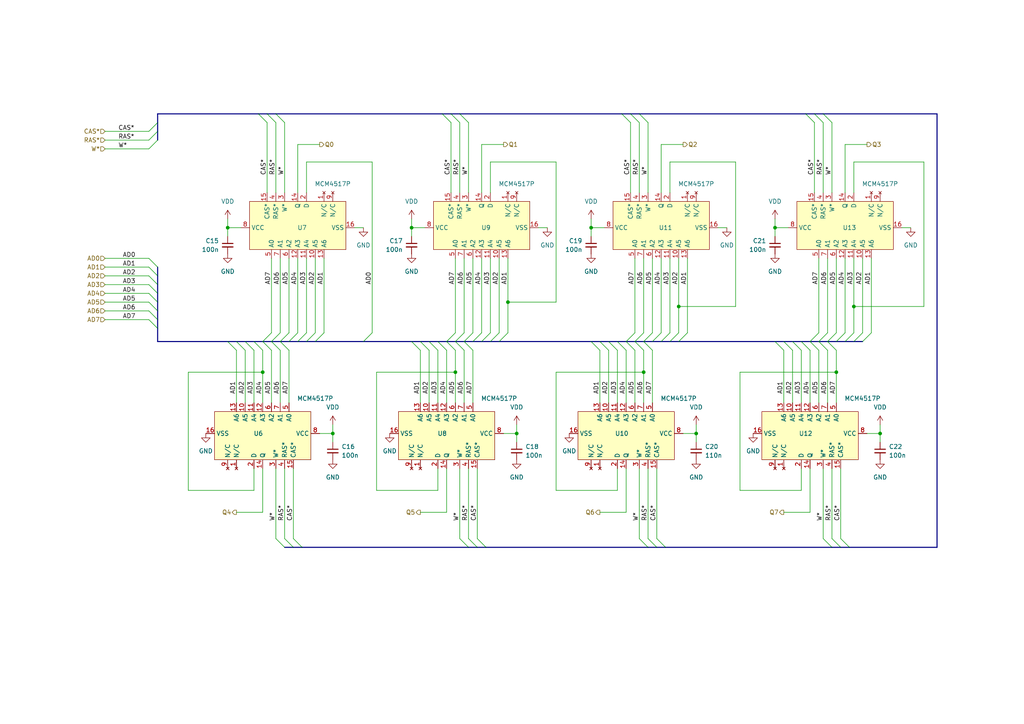
<source format=kicad_sch>
(kicad_sch
	(version 20231120)
	(generator "eeschema")
	(generator_version "8.0")
	(uuid "9ccd2208-df9e-4f45-9090-aef807fca234")
	(paper "A4")
	(title_block
		(title "M8 Game Board 2.1")
		(date "2024-10-15")
	)
	(lib_symbols
		(symbol "Device:C_Small"
			(pin_numbers hide)
			(pin_names
				(offset 0.254) hide)
			(exclude_from_sim no)
			(in_bom yes)
			(on_board yes)
			(property "Reference" "C"
				(at 0.254 1.778 0)
				(effects
					(font
						(size 1.27 1.27)
					)
					(justify left)
				)
			)
			(property "Value" "C_Small"
				(at 0.254 -2.032 0)
				(effects
					(font
						(size 1.27 1.27)
					)
					(justify left)
				)
			)
			(property "Footprint" ""
				(at 0 0 0)
				(effects
					(font
						(size 1.27 1.27)
					)
					(hide yes)
				)
			)
			(property "Datasheet" "~"
				(at 0 0 0)
				(effects
					(font
						(size 1.27 1.27)
					)
					(hide yes)
				)
			)
			(property "Description" "Unpolarized capacitor, small symbol"
				(at 0 0 0)
				(effects
					(font
						(size 1.27 1.27)
					)
					(hide yes)
				)
			)
			(property "ki_keywords" "capacitor cap"
				(at 0 0 0)
				(effects
					(font
						(size 1.27 1.27)
					)
					(hide yes)
				)
			)
			(property "ki_fp_filters" "C_*"
				(at 0 0 0)
				(effects
					(font
						(size 1.27 1.27)
					)
					(hide yes)
				)
			)
			(symbol "C_Small_0_1"
				(polyline
					(pts
						(xy -1.524 -0.508) (xy 1.524 -0.508)
					)
					(stroke
						(width 0.3302)
						(type default)
					)
					(fill
						(type none)
					)
				)
				(polyline
					(pts
						(xy -1.524 0.508) (xy 1.524 0.508)
					)
					(stroke
						(width 0.3048)
						(type default)
					)
					(fill
						(type none)
					)
				)
			)
			(symbol "C_Small_1_1"
				(pin passive line
					(at 0 2.54 270)
					(length 2.032)
					(name "~"
						(effects
							(font
								(size 1.27 1.27)
							)
						)
					)
					(number "1"
						(effects
							(font
								(size 1.27 1.27)
							)
						)
					)
				)
				(pin passive line
					(at 0 -2.54 90)
					(length 2.032)
					(name "~"
						(effects
							(font
								(size 1.27 1.27)
							)
						)
					)
					(number "2"
						(effects
							(font
								(size 1.27 1.27)
							)
						)
					)
				)
			)
		)
		(symbol "New_Library:MCM4517P"
			(exclude_from_sim no)
			(in_bom yes)
			(on_board yes)
			(property "Reference" "U"
				(at 0 0 0)
				(effects
					(font
						(size 1.27 1.27)
					)
				)
			)
			(property "Value" "MCM4517P"
				(at 7.62 16.51 0)
				(effects
					(font
						(size 1.27 1.27)
					)
				)
			)
			(property "Footprint" ""
				(at 0 0 0)
				(effects
					(font
						(size 1.27 1.27)
					)
					(hide yes)
				)
			)
			(property "Datasheet" ""
				(at 0 0 0)
				(effects
					(font
						(size 1.27 1.27)
					)
					(hide yes)
				)
			)
			(property "Description" ""
				(at 0 0 0)
				(effects
					(font
						(size 1.27 1.27)
					)
					(hide yes)
				)
			)
			(symbol "MCM4517P_0_1"
				(rectangle
					(start -6.35 12.7)
					(end 7.62 -15.24)
					(stroke
						(width 0)
						(type default)
					)
					(fill
						(type background)
					)
				)
			)
			(symbol "MCM4517P_1_1"
				(pin no_connect line
					(at 10.16 -8.89 180)
					(length 2.54)
					(name "N/C"
						(effects
							(font
								(size 1.27 1.27)
							)
						)
					)
					(number "1"
						(effects
							(font
								(size 1.27 1.27)
							)
						)
					)
				)
				(pin input line
					(at -8.89 -6.35 0)
					(length 2.54)
					(name "A5"
						(effects
							(font
								(size 1.27 1.27)
							)
						)
					)
					(number "10"
						(effects
							(font
								(size 1.27 1.27)
							)
						)
					)
				)
				(pin input line
					(at -8.89 -3.81 0)
					(length 2.54)
					(name "A4"
						(effects
							(font
								(size 1.27 1.27)
							)
						)
					)
					(number "11"
						(effects
							(font
								(size 1.27 1.27)
							)
						)
					)
				)
				(pin input line
					(at -8.89 -1.27 0)
					(length 2.54)
					(name "A3"
						(effects
							(font
								(size 1.27 1.27)
							)
						)
					)
					(number "12"
						(effects
							(font
								(size 1.27 1.27)
							)
						)
					)
				)
				(pin input line
					(at -8.89 -8.89 0)
					(length 2.54)
					(name "A6"
						(effects
							(font
								(size 1.27 1.27)
							)
						)
					)
					(number "13"
						(effects
							(font
								(size 1.27 1.27)
							)
						)
					)
				)
				(pin output line
					(at 10.16 -1.27 180)
					(length 2.54)
					(name "Q"
						(effects
							(font
								(size 1.27 1.27)
							)
						)
					)
					(number "14"
						(effects
							(font
								(size 1.27 1.27)
							)
						)
					)
				)
				(pin input line
					(at 10.16 7.62 180)
					(length 2.54)
					(name "CAS*"
						(effects
							(font
								(size 1.27 1.27)
							)
						)
					)
					(number "15"
						(effects
							(font
								(size 1.27 1.27)
							)
						)
					)
				)
				(pin power_in line
					(at 0 -17.78 90)
					(length 2.54)
					(name "VSS"
						(effects
							(font
								(size 1.27 1.27)
							)
						)
					)
					(number "16"
						(effects
							(font
								(size 1.27 1.27)
							)
						)
					)
				)
				(pin input line
					(at 10.16 -3.81 180)
					(length 2.54)
					(name "D"
						(effects
							(font
								(size 1.27 1.27)
							)
						)
					)
					(number "2"
						(effects
							(font
								(size 1.27 1.27)
							)
						)
					)
				)
				(pin input line
					(at 10.16 2.54 180)
					(length 2.54)
					(name "W*"
						(effects
							(font
								(size 1.27 1.27)
							)
						)
					)
					(number "3"
						(effects
							(font
								(size 1.27 1.27)
							)
						)
					)
				)
				(pin input line
					(at 10.16 5.08 180)
					(length 2.54)
					(name "RAS*"
						(effects
							(font
								(size 1.27 1.27)
							)
						)
					)
					(number "4"
						(effects
							(font
								(size 1.27 1.27)
							)
						)
					)
				)
				(pin input line
					(at -8.89 6.35 0)
					(length 2.54)
					(name "A0"
						(effects
							(font
								(size 1.27 1.27)
							)
						)
					)
					(number "5"
						(effects
							(font
								(size 1.27 1.27)
							)
						)
					)
				)
				(pin input line
					(at -8.89 1.27 0)
					(length 2.54)
					(name "A2"
						(effects
							(font
								(size 1.27 1.27)
							)
						)
					)
					(number "6"
						(effects
							(font
								(size 1.27 1.27)
							)
						)
					)
				)
				(pin input line
					(at -8.89 3.81 0)
					(length 2.54)
					(name "A1"
						(effects
							(font
								(size 1.27 1.27)
							)
						)
					)
					(number "7"
						(effects
							(font
								(size 1.27 1.27)
							)
						)
					)
				)
				(pin power_in line
					(at 0 15.24 270)
					(length 2.54)
					(name "VCC"
						(effects
							(font
								(size 1.27 1.27)
							)
						)
					)
					(number "8"
						(effects
							(font
								(size 1.27 1.27)
							)
						)
					)
				)
				(pin no_connect line
					(at 10.16 -11.43 180)
					(length 2.54)
					(name "N/C"
						(effects
							(font
								(size 1.27 1.27)
							)
						)
					)
					(number "9"
						(effects
							(font
								(size 1.27 1.27)
							)
						)
					)
				)
			)
		)
		(symbol "power:GND"
			(power)
			(pin_names
				(offset 0)
			)
			(exclude_from_sim no)
			(in_bom yes)
			(on_board yes)
			(property "Reference" "#PWR"
				(at 0 -6.35 0)
				(effects
					(font
						(size 1.27 1.27)
					)
					(hide yes)
				)
			)
			(property "Value" "GND"
				(at 0 -3.81 0)
				(effects
					(font
						(size 1.27 1.27)
					)
				)
			)
			(property "Footprint" ""
				(at 0 0 0)
				(effects
					(font
						(size 1.27 1.27)
					)
					(hide yes)
				)
			)
			(property "Datasheet" ""
				(at 0 0 0)
				(effects
					(font
						(size 1.27 1.27)
					)
					(hide yes)
				)
			)
			(property "Description" "Power symbol creates a global label with name \"GND\" , ground"
				(at 0 0 0)
				(effects
					(font
						(size 1.27 1.27)
					)
					(hide yes)
				)
			)
			(property "ki_keywords" "power-flag"
				(at 0 0 0)
				(effects
					(font
						(size 1.27 1.27)
					)
					(hide yes)
				)
			)
			(symbol "GND_0_1"
				(polyline
					(pts
						(xy 0 0) (xy 0 -1.27) (xy 1.27 -1.27) (xy 0 -2.54) (xy -1.27 -1.27) (xy 0 -1.27)
					)
					(stroke
						(width 0)
						(type default)
					)
					(fill
						(type none)
					)
				)
			)
			(symbol "GND_1_1"
				(pin power_in line
					(at 0 0 270)
					(length 0) hide
					(name "GND"
						(effects
							(font
								(size 1.27 1.27)
							)
						)
					)
					(number "1"
						(effects
							(font
								(size 1.27 1.27)
							)
						)
					)
				)
			)
		)
		(symbol "power:VDD"
			(power)
			(pin_names
				(offset 0)
			)
			(exclude_from_sim no)
			(in_bom yes)
			(on_board yes)
			(property "Reference" "#PWR"
				(at 0 -3.81 0)
				(effects
					(font
						(size 1.27 1.27)
					)
					(hide yes)
				)
			)
			(property "Value" "VDD"
				(at 0 3.81 0)
				(effects
					(font
						(size 1.27 1.27)
					)
				)
			)
			(property "Footprint" ""
				(at 0 0 0)
				(effects
					(font
						(size 1.27 1.27)
					)
					(hide yes)
				)
			)
			(property "Datasheet" ""
				(at 0 0 0)
				(effects
					(font
						(size 1.27 1.27)
					)
					(hide yes)
				)
			)
			(property "Description" "Power symbol creates a global label with name \"VDD\""
				(at 0 0 0)
				(effects
					(font
						(size 1.27 1.27)
					)
					(hide yes)
				)
			)
			(property "ki_keywords" "power-flag"
				(at 0 0 0)
				(effects
					(font
						(size 1.27 1.27)
					)
					(hide yes)
				)
			)
			(symbol "VDD_0_1"
				(polyline
					(pts
						(xy -0.762 1.27) (xy 0 2.54)
					)
					(stroke
						(width 0)
						(type default)
					)
					(fill
						(type none)
					)
				)
				(polyline
					(pts
						(xy 0 0) (xy 0 2.54)
					)
					(stroke
						(width 0)
						(type default)
					)
					(fill
						(type none)
					)
				)
				(polyline
					(pts
						(xy 0 2.54) (xy 0.762 1.27)
					)
					(stroke
						(width 0)
						(type default)
					)
					(fill
						(type none)
					)
				)
			)
			(symbol "VDD_1_1"
				(pin power_in line
					(at 0 0 90)
					(length 0) hide
					(name "VDD"
						(effects
							(font
								(size 1.27 1.27)
							)
						)
					)
					(number "1"
						(effects
							(font
								(size 1.27 1.27)
							)
						)
					)
				)
			)
		)
	)
	(junction
		(at 132.08 107.95)
		(diameter 0)
		(color 0 0 0 0)
		(uuid "0365e839-1848-46a9-b333-e07ddecf5f72")
	)
	(junction
		(at 147.32 87.63)
		(diameter 0)
		(color 0 0 0 0)
		(uuid "04fad220-4808-43bd-8775-2ddf34cee560")
	)
	(junction
		(at 224.79 66.04)
		(diameter 0)
		(color 0 0 0 0)
		(uuid "1b254595-1ba9-4d25-aed0-0bf2c219ed85")
	)
	(junction
		(at 96.52 125.73)
		(diameter 0)
		(color 0 0 0 0)
		(uuid "21b1bf11-7294-4683-8595-1919de5a6c77")
	)
	(junction
		(at 201.93 125.73)
		(diameter 0)
		(color 0 0 0 0)
		(uuid "2b41eca7-6892-42b6-b7dc-cecbbc60810e")
	)
	(junction
		(at 247.65 88.9)
		(diameter 0)
		(color 0 0 0 0)
		(uuid "2c3a6802-fab1-49c4-842b-46109e82069e")
	)
	(junction
		(at 171.45 66.04)
		(diameter 0)
		(color 0 0 0 0)
		(uuid "2da5e55f-dc93-4377-8894-ff7a23fa0fa6")
	)
	(junction
		(at 149.86 125.73)
		(diameter 0)
		(color 0 0 0 0)
		(uuid "2ebf7023-29ef-4b6d-87b7-c82b0ef841b7")
	)
	(junction
		(at 255.27 125.73)
		(diameter 0)
		(color 0 0 0 0)
		(uuid "8c74beac-952c-4bad-8cdc-92756e3c9a2b")
	)
	(junction
		(at 196.85 88.9)
		(diameter 0)
		(color 0 0 0 0)
		(uuid "9cb99a19-911a-4acb-9521-83cded1ac537")
	)
	(junction
		(at 76.2 107.95)
		(diameter 0)
		(color 0 0 0 0)
		(uuid "b7ae59cb-fc98-4bbb-97f0-5b0b6e956baf")
	)
	(junction
		(at 66.04 66.04)
		(diameter 0)
		(color 0 0 0 0)
		(uuid "c4872f9b-06f1-4e59-a258-2cf60d635a75")
	)
	(junction
		(at 119.38 66.04)
		(diameter 0)
		(color 0 0 0 0)
		(uuid "dfc60041-f399-4fcb-8991-af45bdeab964")
	)
	(junction
		(at 242.57 107.95)
		(diameter 0)
		(color 0 0 0 0)
		(uuid "e34e0e01-4674-45f4-a604-fb6d1a44e6c2")
	)
	(junction
		(at 186.69 107.95)
		(diameter 0)
		(color 0 0 0 0)
		(uuid "f1303696-36fc-4616-bf69-2277c9cae652")
	)
	(bus_entry
		(at 66.04 99.06)
		(size 2.54 2.54)
		(stroke
			(width 0)
			(type default)
		)
		(uuid "25f1969c-85ce-4a1d-892b-4dcf0eb38936")
	)
	(bus_entry
		(at 130.81 35.56)
		(size -2.54 -2.54)
		(stroke
			(width 0)
			(type default)
		)
		(uuid "2a52d1ed-e301-45b4-b864-63f957c244d9")
	)
	(bus_entry
		(at 133.35 35.56)
		(size -2.54 -2.54)
		(stroke
			(width 0)
			(type default)
		)
		(uuid "2a52d1ed-e301-45b4-b864-63f957c244da")
	)
	(bus_entry
		(at 135.89 35.56)
		(size -2.54 -2.54)
		(stroke
			(width 0)
			(type default)
		)
		(uuid "2a52d1ed-e301-45b4-b864-63f957c244db")
	)
	(bus_entry
		(at 182.88 35.56)
		(size -2.54 -2.54)
		(stroke
			(width 0)
			(type default)
		)
		(uuid "2a52d1ed-e301-45b4-b864-63f957c244dc")
	)
	(bus_entry
		(at 185.42 35.56)
		(size -2.54 -2.54)
		(stroke
			(width 0)
			(type default)
		)
		(uuid "2a52d1ed-e301-45b4-b864-63f957c244dd")
	)
	(bus_entry
		(at 187.96 35.56)
		(size -2.54 -2.54)
		(stroke
			(width 0)
			(type default)
		)
		(uuid "2a52d1ed-e301-45b4-b864-63f957c244de")
	)
	(bus_entry
		(at 236.22 35.56)
		(size -2.54 -2.54)
		(stroke
			(width 0)
			(type default)
		)
		(uuid "2a52d1ed-e301-45b4-b864-63f957c244df")
	)
	(bus_entry
		(at 238.76 35.56)
		(size -2.54 -2.54)
		(stroke
			(width 0)
			(type default)
		)
		(uuid "2a52d1ed-e301-45b4-b864-63f957c244e0")
	)
	(bus_entry
		(at 241.3 35.56)
		(size -2.54 -2.54)
		(stroke
			(width 0)
			(type default)
		)
		(uuid "2a52d1ed-e301-45b4-b864-63f957c244e1")
	)
	(bus_entry
		(at 83.82 96.52)
		(size -2.54 2.54)
		(stroke
			(width 0)
			(type default)
		)
		(uuid "39e33fe8-b56c-4241-a86e-3dddaf2d690f")
	)
	(bus_entry
		(at 86.36 96.52)
		(size -2.54 2.54)
		(stroke
			(width 0)
			(type default)
		)
		(uuid "39e33fe8-b56c-4241-a86e-3dddaf2d6910")
	)
	(bus_entry
		(at 91.44 96.52)
		(size -2.54 2.54)
		(stroke
			(width 0)
			(type default)
		)
		(uuid "39e33fe8-b56c-4241-a86e-3dddaf2d6911")
	)
	(bus_entry
		(at 93.98 96.52)
		(size -2.54 2.54)
		(stroke
			(width 0)
			(type default)
		)
		(uuid "39e33fe8-b56c-4241-a86e-3dddaf2d6912")
	)
	(bus_entry
		(at 78.74 96.52)
		(size -2.54 2.54)
		(stroke
			(width 0)
			(type default)
		)
		(uuid "39e33fe8-b56c-4241-a86e-3dddaf2d6913")
	)
	(bus_entry
		(at 81.28 96.52)
		(size -2.54 2.54)
		(stroke
			(width 0)
			(type default)
		)
		(uuid "39e33fe8-b56c-4241-a86e-3dddaf2d6914")
	)
	(bus_entry
		(at 88.9 96.52)
		(size -2.54 2.54)
		(stroke
			(width 0)
			(type default)
		)
		(uuid "39e33fe8-b56c-4241-a86e-3dddaf2d6915")
	)
	(bus_entry
		(at 43.18 87.63)
		(size 2.54 2.54)
		(stroke
			(width 0)
			(type default)
		)
		(uuid "457d45f3-c2c8-45b4-b6c2-e5fd35d58e1d")
	)
	(bus_entry
		(at 43.18 92.71)
		(size 2.54 2.54)
		(stroke
			(width 0)
			(type default)
		)
		(uuid "457d45f3-c2c8-45b4-b6c2-e5fd35d58e1e")
	)
	(bus_entry
		(at 43.18 90.17)
		(size 2.54 2.54)
		(stroke
			(width 0)
			(type default)
		)
		(uuid "457d45f3-c2c8-45b4-b6c2-e5fd35d58e1f")
	)
	(bus_entry
		(at 43.18 85.09)
		(size 2.54 2.54)
		(stroke
			(width 0)
			(type default)
		)
		(uuid "457d45f3-c2c8-45b4-b6c2-e5fd35d58e20")
	)
	(bus_entry
		(at 43.18 74.93)
		(size 2.54 2.54)
		(stroke
			(width 0)
			(type default)
		)
		(uuid "457d45f3-c2c8-45b4-b6c2-e5fd35d58e21")
	)
	(bus_entry
		(at 43.18 77.47)
		(size 2.54 2.54)
		(stroke
			(width 0)
			(type default)
		)
		(uuid "457d45f3-c2c8-45b4-b6c2-e5fd35d58e22")
	)
	(bus_entry
		(at 43.18 80.01)
		(size 2.54 2.54)
		(stroke
			(width 0)
			(type default)
		)
		(uuid "457d45f3-c2c8-45b4-b6c2-e5fd35d58e23")
	)
	(bus_entry
		(at 43.18 82.55)
		(size 2.54 2.54)
		(stroke
			(width 0)
			(type default)
		)
		(uuid "457d45f3-c2c8-45b4-b6c2-e5fd35d58e24")
	)
	(bus_entry
		(at 237.49 96.52)
		(size -2.54 2.54)
		(stroke
			(width 0)
			(type default)
		)
		(uuid "4c9030c4-4549-46b0-a2d5-1b563d3dfb95")
	)
	(bus_entry
		(at 242.57 96.52)
		(size -2.54 2.54)
		(stroke
			(width 0)
			(type default)
		)
		(uuid "4c9030c4-4549-46b0-a2d5-1b563d3dfb96")
	)
	(bus_entry
		(at 252.73 96.52)
		(size -2.54 2.54)
		(stroke
			(width 0)
			(type default)
		)
		(uuid "4c9030c4-4549-46b0-a2d5-1b563d3dfb97")
	)
	(bus_entry
		(at 240.03 96.52)
		(size -2.54 2.54)
		(stroke
			(width 0)
			(type default)
		)
		(uuid "4c9030c4-4549-46b0-a2d5-1b563d3dfb98")
	)
	(bus_entry
		(at 186.69 96.52)
		(size -2.54 2.54)
		(stroke
			(width 0)
			(type default)
		)
		(uuid "4c9030c4-4549-46b0-a2d5-1b563d3dfb99")
	)
	(bus_entry
		(at 189.23 96.52)
		(size -2.54 2.54)
		(stroke
			(width 0)
			(type default)
		)
		(uuid "4c9030c4-4549-46b0-a2d5-1b563d3dfb9a")
	)
	(bus_entry
		(at 191.77 96.52)
		(size -2.54 2.54)
		(stroke
			(width 0)
			(type default)
		)
		(uuid "4c9030c4-4549-46b0-a2d5-1b563d3dfb9b")
	)
	(bus_entry
		(at 184.15 96.52)
		(size -2.54 2.54)
		(stroke
			(width 0)
			(type default)
		)
		(uuid "4c9030c4-4549-46b0-a2d5-1b563d3dfb9c")
	)
	(bus_entry
		(at 194.31 96.52)
		(size -2.54 2.54)
		(stroke
			(width 0)
			(type default)
		)
		(uuid "4c9030c4-4549-46b0-a2d5-1b563d3dfb9d")
	)
	(bus_entry
		(at 196.85 96.52)
		(size -2.54 2.54)
		(stroke
			(width 0)
			(type default)
		)
		(uuid "4c9030c4-4549-46b0-a2d5-1b563d3dfb9e")
	)
	(bus_entry
		(at 199.39 96.52)
		(size -2.54 2.54)
		(stroke
			(width 0)
			(type default)
		)
		(uuid "4c9030c4-4549-46b0-a2d5-1b563d3dfb9f")
	)
	(bus_entry
		(at 139.7 96.52)
		(size -2.54 2.54)
		(stroke
			(width 0)
			(type default)
		)
		(uuid "4c9030c4-4549-46b0-a2d5-1b563d3dfba0")
	)
	(bus_entry
		(at 142.24 96.52)
		(size -2.54 2.54)
		(stroke
			(width 0)
			(type default)
		)
		(uuid "4c9030c4-4549-46b0-a2d5-1b563d3dfba1")
	)
	(bus_entry
		(at 144.78 96.52)
		(size -2.54 2.54)
		(stroke
			(width 0)
			(type default)
		)
		(uuid "4c9030c4-4549-46b0-a2d5-1b563d3dfba2")
	)
	(bus_entry
		(at 147.32 96.52)
		(size -2.54 2.54)
		(stroke
			(width 0)
			(type default)
		)
		(uuid "4c9030c4-4549-46b0-a2d5-1b563d3dfba3")
	)
	(bus_entry
		(at 132.08 96.52)
		(size -2.54 2.54)
		(stroke
			(width 0)
			(type default)
		)
		(uuid "4c9030c4-4549-46b0-a2d5-1b563d3dfba4")
	)
	(bus_entry
		(at 134.62 96.52)
		(size -2.54 2.54)
		(stroke
			(width 0)
			(type default)
		)
		(uuid "4c9030c4-4549-46b0-a2d5-1b563d3dfba5")
	)
	(bus_entry
		(at 137.16 96.52)
		(size -2.54 2.54)
		(stroke
			(width 0)
			(type default)
		)
		(uuid "4c9030c4-4549-46b0-a2d5-1b563d3dfba6")
	)
	(bus_entry
		(at 80.01 33.02)
		(size 2.54 2.54)
		(stroke
			(width 0)
			(type default)
		)
		(uuid "6f44007d-8eb2-421b-ae46-63356443b4e8")
	)
	(bus_entry
		(at 74.93 33.02)
		(size 2.54 2.54)
		(stroke
			(width 0)
			(type default)
		)
		(uuid "6f44007d-8eb2-421b-ae46-63356443b4e9")
	)
	(bus_entry
		(at 77.47 33.02)
		(size 2.54 2.54)
		(stroke
			(width 0)
			(type default)
		)
		(uuid "6f44007d-8eb2-421b-ae46-63356443b4ea")
	)
	(bus_entry
		(at 245.11 96.52)
		(size -2.54 2.54)
		(stroke
			(width 0)
			(type default)
		)
		(uuid "82941191-c72d-4403-8731-245283a7776a")
	)
	(bus_entry
		(at 250.19 96.52)
		(size -2.54 2.54)
		(stroke
			(width 0)
			(type default)
		)
		(uuid "82941191-c72d-4403-8731-245283a7776b")
	)
	(bus_entry
		(at 247.65 96.52)
		(size -2.54 2.54)
		(stroke
			(width 0)
			(type default)
		)
		(uuid "82941191-c72d-4403-8731-245283a7776c")
	)
	(bus_entry
		(at 241.3 158.75)
		(size -2.54 -2.54)
		(stroke
			(width 0)
			(type default)
		)
		(uuid "898d09fb-e7f7-4dbd-807e-a8f0ea53113e")
	)
	(bus_entry
		(at 243.84 158.75)
		(size -2.54 -2.54)
		(stroke
			(width 0)
			(type default)
		)
		(uuid "898d09fb-e7f7-4dbd-807e-a8f0ea53113f")
	)
	(bus_entry
		(at 246.38 158.75)
		(size -2.54 -2.54)
		(stroke
			(width 0)
			(type default)
		)
		(uuid "898d09fb-e7f7-4dbd-807e-a8f0ea531140")
	)
	(bus_entry
		(at 82.55 158.75)
		(size -2.54 -2.54)
		(stroke
			(width 0)
			(type default)
		)
		(uuid "898d09fb-e7f7-4dbd-807e-a8f0ea531141")
	)
	(bus_entry
		(at 85.09 158.75)
		(size -2.54 -2.54)
		(stroke
			(width 0)
			(type default)
		)
		(uuid "898d09fb-e7f7-4dbd-807e-a8f0ea531142")
	)
	(bus_entry
		(at 87.63 158.75)
		(size -2.54 -2.54)
		(stroke
			(width 0)
			(type default)
		)
		(uuid "898d09fb-e7f7-4dbd-807e-a8f0ea531143")
	)
	(bus_entry
		(at 135.89 158.75)
		(size -2.54 -2.54)
		(stroke
			(width 0)
			(type default)
		)
		(uuid "898d09fb-e7f7-4dbd-807e-a8f0ea531144")
	)
	(bus_entry
		(at 138.43 158.75)
		(size -2.54 -2.54)
		(stroke
			(width 0)
			(type default)
		)
		(uuid "898d09fb-e7f7-4dbd-807e-a8f0ea531145")
	)
	(bus_entry
		(at 140.97 158.75)
		(size -2.54 -2.54)
		(stroke
			(width 0)
			(type default)
		)
		(uuid "898d09fb-e7f7-4dbd-807e-a8f0ea531146")
	)
	(bus_entry
		(at 187.96 158.75)
		(size -2.54 -2.54)
		(stroke
			(width 0)
			(type default)
		)
		(uuid "898d09fb-e7f7-4dbd-807e-a8f0ea531147")
	)
	(bus_entry
		(at 190.5 158.75)
		(size -2.54 -2.54)
		(stroke
			(width 0)
			(type default)
		)
		(uuid "898d09fb-e7f7-4dbd-807e-a8f0ea531148")
	)
	(bus_entry
		(at 193.04 158.75)
		(size -2.54 -2.54)
		(stroke
			(width 0)
			(type default)
		)
		(uuid "898d09fb-e7f7-4dbd-807e-a8f0ea531149")
	)
	(bus_entry
		(at 71.12 99.06)
		(size 2.54 2.54)
		(stroke
			(width 0)
			(type default)
		)
		(uuid "9cd1f564-bf2e-46b0-99ae-fcac45566eb0")
	)
	(bus_entry
		(at 68.58 99.06)
		(size 2.54 2.54)
		(stroke
			(width 0)
			(type default)
		)
		(uuid "9cd1f564-bf2e-46b0-99ae-fcac45566eb1")
	)
	(bus_entry
		(at 73.66 99.06)
		(size 2.54 2.54)
		(stroke
			(width 0)
			(type default)
		)
		(uuid "9cd1f564-bf2e-46b0-99ae-fcac45566eb2")
	)
	(bus_entry
		(at 76.2 99.06)
		(size 2.54 2.54)
		(stroke
			(width 0)
			(type default)
		)
		(uuid "9cd1f564-bf2e-46b0-99ae-fcac45566eb3")
	)
	(bus_entry
		(at 78.74 99.06)
		(size 2.54 2.54)
		(stroke
			(width 0)
			(type default)
		)
		(uuid "9cd1f564-bf2e-46b0-99ae-fcac45566eb4")
	)
	(bus_entry
		(at 81.28 99.06)
		(size 2.54 2.54)
		(stroke
			(width 0)
			(type default)
		)
		(uuid "9cd1f564-bf2e-46b0-99ae-fcac45566eb5")
	)
	(bus_entry
		(at 107.95 96.52)
		(size -2.54 2.54)
		(stroke
			(width 0)
			(type default)
		)
		(uuid "9f247496-0ffb-4e23-ab50-f92900959fd0")
	)
	(bus_entry
		(at 43.18 38.1)
		(size 2.54 -2.54)
		(stroke
			(width 0)
			(type default)
		)
		(uuid "bc1d3d4f-f468-4805-8e34-dcaa020c32e9")
	)
	(bus_entry
		(at 43.18 40.64)
		(size 2.54 -2.54)
		(stroke
			(width 0)
			(type default)
		)
		(uuid "bc1d3d4f-f468-4805-8e34-dcaa020c32ea")
	)
	(bus_entry
		(at 43.18 43.18)
		(size 2.54 -2.54)
		(stroke
			(width 0)
			(type default)
		)
		(uuid "bc1d3d4f-f468-4805-8e34-dcaa020c32eb")
	)
	(bus_entry
		(at 227.33 99.06)
		(size 2.54 2.54)
		(stroke
			(width 0)
			(type default)
		)
		(uuid "e1f7b78f-4c48-40db-804d-fd0be536641d")
	)
	(bus_entry
		(at 229.87 99.06)
		(size 2.54 2.54)
		(stroke
			(width 0)
			(type default)
		)
		(uuid "e1f7b78f-4c48-40db-804d-fd0be536641e")
	)
	(bus_entry
		(at 224.79 99.06)
		(size 2.54 2.54)
		(stroke
			(width 0)
			(type default)
		)
		(uuid "e1f7b78f-4c48-40db-804d-fd0be536641f")
	)
	(bus_entry
		(at 234.95 99.06)
		(size 2.54 2.54)
		(stroke
			(width 0)
			(type default)
		)
		(uuid "e1f7b78f-4c48-40db-804d-fd0be5366420")
	)
	(bus_entry
		(at 237.49 99.06)
		(size 2.54 2.54)
		(stroke
			(width 0)
			(type default)
		)
		(uuid "e1f7b78f-4c48-40db-804d-fd0be5366421")
	)
	(bus_entry
		(at 240.03 99.06)
		(size 2.54 2.54)
		(stroke
			(width 0)
			(type default)
		)
		(uuid "e1f7b78f-4c48-40db-804d-fd0be5366422")
	)
	(bus_entry
		(at 232.41 99.06)
		(size 2.54 2.54)
		(stroke
			(width 0)
			(type default)
		)
		(uuid "e1f7b78f-4c48-40db-804d-fd0be5366423")
	)
	(bus_entry
		(at 171.45 99.06)
		(size 2.54 2.54)
		(stroke
			(width 0)
			(type default)
		)
		(uuid "e1f7b78f-4c48-40db-804d-fd0be5366424")
	)
	(bus_entry
		(at 173.99 99.06)
		(size 2.54 2.54)
		(stroke
			(width 0)
			(type default)
		)
		(uuid "e1f7b78f-4c48-40db-804d-fd0be5366425")
	)
	(bus_entry
		(at 176.53 99.06)
		(size 2.54 2.54)
		(stroke
			(width 0)
			(type default)
		)
		(uuid "e1f7b78f-4c48-40db-804d-fd0be5366426")
	)
	(bus_entry
		(at 179.07 99.06)
		(size 2.54 2.54)
		(stroke
			(width 0)
			(type default)
		)
		(uuid "e1f7b78f-4c48-40db-804d-fd0be5366427")
	)
	(bus_entry
		(at 181.61 99.06)
		(size 2.54 2.54)
		(stroke
			(width 0)
			(type default)
		)
		(uuid "e1f7b78f-4c48-40db-804d-fd0be5366428")
	)
	(bus_entry
		(at 184.15 99.06)
		(size 2.54 2.54)
		(stroke
			(width 0)
			(type default)
		)
		(uuid "e1f7b78f-4c48-40db-804d-fd0be5366429")
	)
	(bus_entry
		(at 186.69 99.06)
		(size 2.54 2.54)
		(stroke
			(width 0)
			(type default)
		)
		(uuid "e1f7b78f-4c48-40db-804d-fd0be536642a")
	)
	(bus_entry
		(at 119.38 99.06)
		(size 2.54 2.54)
		(stroke
			(width 0)
			(type default)
		)
		(uuid "e1f7b78f-4c48-40db-804d-fd0be536642b")
	)
	(bus_entry
		(at 121.92 99.06)
		(size 2.54 2.54)
		(stroke
			(width 0)
			(type default)
		)
		(uuid "e1f7b78f-4c48-40db-804d-fd0be536642c")
	)
	(bus_entry
		(at 124.46 99.06)
		(size 2.54 2.54)
		(stroke
			(width 0)
			(type default)
		)
		(uuid "e1f7b78f-4c48-40db-804d-fd0be536642d")
	)
	(bus_entry
		(at 127 99.06)
		(size 2.54 2.54)
		(stroke
			(width 0)
			(type default)
		)
		(uuid "e1f7b78f-4c48-40db-804d-fd0be536642e")
	)
	(bus_entry
		(at 132.08 99.06)
		(size 2.54 2.54)
		(stroke
			(width 0)
			(type default)
		)
		(uuid "e1f7b78f-4c48-40db-804d-fd0be536642f")
	)
	(bus_entry
		(at 129.54 99.06)
		(size 2.54 2.54)
		(stroke
			(width 0)
			(type default)
		)
		(uuid "e1f7b78f-4c48-40db-804d-fd0be5366430")
	)
	(bus_entry
		(at 134.62 99.06)
		(size 2.54 2.54)
		(stroke
			(width 0)
			(type default)
		)
		(uuid "e1f7b78f-4c48-40db-804d-fd0be5366431")
	)
	(wire
		(pts
			(xy 227.33 101.6) (xy 227.33 116.84)
		)
		(stroke
			(width 0)
			(type default)
		)
		(uuid "00040a59-35c1-459b-b3c4-d8ca086ee847")
	)
	(wire
		(pts
			(xy 213.36 46.99) (xy 213.36 88.9)
		)
		(stroke
			(width 0)
			(type default)
		)
		(uuid "01219af7-b282-4100-80fe-3577dc684348")
	)
	(wire
		(pts
			(xy 201.93 123.19) (xy 201.93 125.73)
		)
		(stroke
			(width 0)
			(type default)
		)
		(uuid "01c6db2a-0285-4301-ab96-fddeb270f74c")
	)
	(bus
		(pts
			(xy 45.72 33.02) (xy 45.72 35.56)
		)
		(stroke
			(width 0)
			(type default)
		)
		(uuid "01cde994-2b01-4c57-a3e6-85267247f0bf")
	)
	(wire
		(pts
			(xy 76.2 107.95) (xy 76.2 116.84)
		)
		(stroke
			(width 0)
			(type default)
		)
		(uuid "033ecf72-354a-45ee-97a8-e048e58d19d3")
	)
	(wire
		(pts
			(xy 127 142.24) (xy 109.22 142.24)
		)
		(stroke
			(width 0)
			(type default)
		)
		(uuid "05b65874-a71a-4221-94d8-090aec6453f5")
	)
	(bus
		(pts
			(xy 132.08 99.06) (xy 134.62 99.06)
		)
		(stroke
			(width 0)
			(type default)
		)
		(uuid "067575cc-eebf-4c48-9376-c583c07cc494")
	)
	(wire
		(pts
			(xy 250.19 74.93) (xy 250.19 96.52)
		)
		(stroke
			(width 0)
			(type default)
		)
		(uuid "06c63a42-d226-4d7e-8faf-53746adaafa3")
	)
	(wire
		(pts
			(xy 119.38 63.5) (xy 119.38 66.04)
		)
		(stroke
			(width 0)
			(type default)
		)
		(uuid "09e81e57-69da-45ba-a137-24563de09996")
	)
	(wire
		(pts
			(xy 199.39 74.93) (xy 199.39 96.52)
		)
		(stroke
			(width 0)
			(type default)
		)
		(uuid "0b8bdd01-92b3-48be-8a81-bde9cc519b69")
	)
	(bus
		(pts
			(xy 193.04 158.75) (xy 241.3 158.75)
		)
		(stroke
			(width 0)
			(type default)
		)
		(uuid "0bc49b9b-8ad8-4e35-8014-48cf6bbf6446")
	)
	(wire
		(pts
			(xy 191.77 74.93) (xy 191.77 96.52)
		)
		(stroke
			(width 0)
			(type default)
		)
		(uuid "0cafb5ce-b952-48be-986d-36fcc6d3d6f2")
	)
	(bus
		(pts
			(xy 81.28 99.06) (xy 83.82 99.06)
		)
		(stroke
			(width 0)
			(type default)
		)
		(uuid "0f9fc1fb-ba52-4832-ab51-5ce194a39cc5")
	)
	(wire
		(pts
			(xy 241.3 35.56) (xy 241.3 55.88)
		)
		(stroke
			(width 0)
			(type default)
		)
		(uuid "0fbba8ff-d11c-4470-a9ab-7e6cf5749277")
	)
	(bus
		(pts
			(xy 240.03 99.06) (xy 242.57 99.06)
		)
		(stroke
			(width 0)
			(type default)
		)
		(uuid "108110d2-aefc-4489-8eda-3263487b954c")
	)
	(bus
		(pts
			(xy 45.72 99.06) (xy 66.04 99.06)
		)
		(stroke
			(width 0)
			(type default)
		)
		(uuid "11e4bc1e-4691-476b-a79b-f75c773eccbe")
	)
	(bus
		(pts
			(xy 180.34 33.02) (xy 182.88 33.02)
		)
		(stroke
			(width 0)
			(type default)
		)
		(uuid "12930018-d72a-43ab-b3c0-261985862d6d")
	)
	(wire
		(pts
			(xy 137.16 74.93) (xy 137.16 96.52)
		)
		(stroke
			(width 0)
			(type default)
		)
		(uuid "12d3f7c0-41d1-47a6-b54f-9cecc341ddbc")
	)
	(wire
		(pts
			(xy 73.66 142.24) (xy 54.61 142.24)
		)
		(stroke
			(width 0)
			(type default)
		)
		(uuid "132493a0-eb2d-438d-997e-3124c7fb52f1")
	)
	(bus
		(pts
			(xy 82.55 158.75) (xy 85.09 158.75)
		)
		(stroke
			(width 0)
			(type default)
		)
		(uuid "13c2ac4c-340e-44ab-bd47-0551b840181c")
	)
	(wire
		(pts
			(xy 30.48 90.17) (xy 43.18 90.17)
		)
		(stroke
			(width 0)
			(type default)
		)
		(uuid "14101f30-653c-49e8-b759-2a9b6f17772c")
	)
	(wire
		(pts
			(xy 171.45 66.04) (xy 171.45 68.58)
		)
		(stroke
			(width 0)
			(type default)
		)
		(uuid "1550a6ea-0f94-4650-8ef1-f531929ad130")
	)
	(wire
		(pts
			(xy 68.58 148.59) (xy 76.2 148.59)
		)
		(stroke
			(width 0)
			(type default)
		)
		(uuid "164a2b0a-5459-436d-bef8-f2b5136249d2")
	)
	(bus
		(pts
			(xy 237.49 99.06) (xy 240.03 99.06)
		)
		(stroke
			(width 0)
			(type default)
		)
		(uuid "166b60f4-7148-4b77-96b6-676e3935a979")
	)
	(wire
		(pts
			(xy 92.71 125.73) (xy 96.52 125.73)
		)
		(stroke
			(width 0)
			(type default)
		)
		(uuid "18035404-c5d2-47c0-b4d6-b19eb490b616")
	)
	(wire
		(pts
			(xy 54.61 142.24) (xy 54.61 107.95)
		)
		(stroke
			(width 0)
			(type default)
		)
		(uuid "18256dc5-5b8b-453a-bc69-55bfae759671")
	)
	(wire
		(pts
			(xy 85.09 135.89) (xy 85.09 156.21)
		)
		(stroke
			(width 0)
			(type default)
		)
		(uuid "191bb1b9-ee9d-4300-8694-104f85f2bb61")
	)
	(bus
		(pts
			(xy 45.72 35.56) (xy 45.72 38.1)
		)
		(stroke
			(width 0)
			(type default)
		)
		(uuid "1a062512-c76c-445b-a7b7-f3a2c05baab5")
	)
	(wire
		(pts
			(xy 73.66 135.89) (xy 73.66 142.24)
		)
		(stroke
			(width 0)
			(type default)
		)
		(uuid "1a5060ba-9eb3-427f-8cdb-7627d242fc27")
	)
	(bus
		(pts
			(xy 127 99.06) (xy 129.54 99.06)
		)
		(stroke
			(width 0)
			(type default)
		)
		(uuid "1ad46a8b-4bcc-4e7a-8c3c-257bb5a364e9")
	)
	(bus
		(pts
			(xy 242.57 99.06) (xy 245.11 99.06)
		)
		(stroke
			(width 0)
			(type default)
		)
		(uuid "1b2c9000-d9f7-442c-871d-d520f75dfb1a")
	)
	(wire
		(pts
			(xy 181.61 148.59) (xy 173.99 148.59)
		)
		(stroke
			(width 0)
			(type default)
		)
		(uuid "1c0d00f1-a05c-4a9d-829a-9c5d0482ae0d")
	)
	(wire
		(pts
			(xy 191.77 55.88) (xy 191.77 41.91)
		)
		(stroke
			(width 0)
			(type default)
		)
		(uuid "1c4792f9-891c-41f3-bc1d-05510fca2b95")
	)
	(bus
		(pts
			(xy 130.81 33.02) (xy 133.35 33.02)
		)
		(stroke
			(width 0)
			(type default)
		)
		(uuid "1c632247-ac33-4c3f-be4b-3ec1251f69ac")
	)
	(wire
		(pts
			(xy 134.62 74.93) (xy 134.62 96.52)
		)
		(stroke
			(width 0)
			(type default)
		)
		(uuid "1dc0d866-7718-411f-8a74-d01eea8f7680")
	)
	(bus
		(pts
			(xy 45.72 95.25) (xy 45.72 99.06)
		)
		(stroke
			(width 0)
			(type default)
		)
		(uuid "2051d84b-dde7-4483-abc7-4443860d79fa")
	)
	(wire
		(pts
			(xy 91.44 74.93) (xy 91.44 96.52)
		)
		(stroke
			(width 0)
			(type default)
		)
		(uuid "223236e0-0303-4dc7-9a07-7ae251b8800f")
	)
	(wire
		(pts
			(xy 96.52 125.73) (xy 96.52 128.27)
		)
		(stroke
			(width 0)
			(type default)
		)
		(uuid "22f90b24-995c-4a2d-b696-1113ac9c70f5")
	)
	(wire
		(pts
			(xy 69.85 66.04) (xy 66.04 66.04)
		)
		(stroke
			(width 0)
			(type default)
		)
		(uuid "2378f858-7ac7-41dd-8255-6250ebe2975c")
	)
	(wire
		(pts
			(xy 181.61 101.6) (xy 181.61 116.84)
		)
		(stroke
			(width 0)
			(type default)
		)
		(uuid "23d865c1-c2ec-49f6-a63e-090ae99df032")
	)
	(bus
		(pts
			(xy 76.2 99.06) (xy 78.74 99.06)
		)
		(stroke
			(width 0)
			(type default)
		)
		(uuid "25a5475f-5483-40a8-b261-5a765c3b2fdc")
	)
	(wire
		(pts
			(xy 135.89 135.89) (xy 135.89 156.21)
		)
		(stroke
			(width 0)
			(type default)
		)
		(uuid "28f7f79d-ed74-44d3-b6e3-18a013caffd7")
	)
	(wire
		(pts
			(xy 81.28 74.93) (xy 81.28 96.52)
		)
		(stroke
			(width 0)
			(type default)
		)
		(uuid "295334fc-d314-4017-ab59-83e99e8e7f50")
	)
	(wire
		(pts
			(xy 82.55 35.56) (xy 82.55 55.88)
		)
		(stroke
			(width 0)
			(type default)
		)
		(uuid "29535087-58e1-41a7-bf03-f07d1e1bb1f9")
	)
	(wire
		(pts
			(xy 144.78 74.93) (xy 144.78 96.52)
		)
		(stroke
			(width 0)
			(type default)
		)
		(uuid "29935a89-72a4-47cd-8246-9d3d9f360ee1")
	)
	(bus
		(pts
			(xy 71.12 99.06) (xy 73.66 99.06)
		)
		(stroke
			(width 0)
			(type default)
		)
		(uuid "2a7a3cf4-9eb5-4073-8114-0b9ed74efe0d")
	)
	(bus
		(pts
			(xy 176.53 99.06) (xy 179.07 99.06)
		)
		(stroke
			(width 0)
			(type default)
		)
		(uuid "2b5e3343-baf6-4245-9e07-a6dfeacf510c")
	)
	(bus
		(pts
			(xy 45.72 38.1) (xy 45.72 40.64)
		)
		(stroke
			(width 0)
			(type default)
		)
		(uuid "2d6ec611-e965-434e-b191-cbd11fa75edb")
	)
	(bus
		(pts
			(xy 129.54 99.06) (xy 132.08 99.06)
		)
		(stroke
			(width 0)
			(type default)
		)
		(uuid "2e937723-4817-4948-9326-5353c150efef")
	)
	(wire
		(pts
			(xy 185.42 35.56) (xy 185.42 55.88)
		)
		(stroke
			(width 0)
			(type default)
		)
		(uuid "2f1d25b9-089e-41cb-94d7-dd3638f45dd7")
	)
	(wire
		(pts
			(xy 189.23 101.6) (xy 189.23 116.84)
		)
		(stroke
			(width 0)
			(type default)
		)
		(uuid "30778dee-43ef-4907-872a-1d9e46f9982d")
	)
	(wire
		(pts
			(xy 194.31 74.93) (xy 194.31 96.52)
		)
		(stroke
			(width 0)
			(type default)
		)
		(uuid "307ece70-90c6-4edf-8996-dc1379b13d99")
	)
	(bus
		(pts
			(xy 134.62 99.06) (xy 137.16 99.06)
		)
		(stroke
			(width 0)
			(type default)
		)
		(uuid "308db6df-2fd8-41a2-bf70-6393f4c41b99")
	)
	(wire
		(pts
			(xy 234.95 135.89) (xy 234.95 148.59)
		)
		(stroke
			(width 0)
			(type default)
		)
		(uuid "33bcfcf1-e722-426a-8de1-3936ef0ef134")
	)
	(bus
		(pts
			(xy 86.36 99.06) (xy 88.9 99.06)
		)
		(stroke
			(width 0)
			(type default)
		)
		(uuid "343f9c24-83b4-4d64-b456-c50e69d5315c")
	)
	(wire
		(pts
			(xy 109.22 107.95) (xy 132.08 107.95)
		)
		(stroke
			(width 0)
			(type default)
		)
		(uuid "3447676a-996c-4033-93d7-efe29454c2a7")
	)
	(wire
		(pts
			(xy 264.16 66.04) (xy 261.62 66.04)
		)
		(stroke
			(width 0)
			(type default)
		)
		(uuid "3504fd26-d5d8-45e1-8fb7-9d929ac5a118")
	)
	(wire
		(pts
			(xy 132.08 74.93) (xy 132.08 96.52)
		)
		(stroke
			(width 0)
			(type default)
		)
		(uuid "3522349c-20b2-46fa-a260-8a1f698de029")
	)
	(wire
		(pts
			(xy 129.54 135.89) (xy 129.54 148.59)
		)
		(stroke
			(width 0)
			(type default)
		)
		(uuid "354f56ee-7126-445f-bce4-0319090b7e09")
	)
	(wire
		(pts
			(xy 173.99 101.6) (xy 173.99 116.84)
		)
		(stroke
			(width 0)
			(type default)
		)
		(uuid "3587023a-fd09-448b-981e-d9ff5e114ba9")
	)
	(bus
		(pts
			(xy 121.92 99.06) (xy 124.46 99.06)
		)
		(stroke
			(width 0)
			(type default)
		)
		(uuid "38ff09f4-5e56-49e4-9a03-a98900ecb1a1")
	)
	(wire
		(pts
			(xy 134.62 101.6) (xy 134.62 116.84)
		)
		(stroke
			(width 0)
			(type default)
		)
		(uuid "39654a20-6ca2-4f96-b75d-b5d2d253cfde")
	)
	(wire
		(pts
			(xy 73.66 101.6) (xy 73.66 116.84)
		)
		(stroke
			(width 0)
			(type default)
		)
		(uuid "39b04eb3-3b54-4ccf-8012-60f8e73f0593")
	)
	(wire
		(pts
			(xy 68.58 101.6) (xy 68.58 116.84)
		)
		(stroke
			(width 0)
			(type default)
		)
		(uuid "3ad4d5f1-a76e-402b-937b-a20cc557d66d")
	)
	(wire
		(pts
			(xy 255.27 123.19) (xy 255.27 125.73)
		)
		(stroke
			(width 0)
			(type default)
		)
		(uuid "3b7f53c8-6718-4d4c-9a05-28b9230611bf")
	)
	(wire
		(pts
			(xy 132.08 101.6) (xy 132.08 107.95)
		)
		(stroke
			(width 0)
			(type default)
		)
		(uuid "3bab81b8-0bfe-42b6-8d11-54050528f6fb")
	)
	(wire
		(pts
			(xy 133.35 135.89) (xy 133.35 156.21)
		)
		(stroke
			(width 0)
			(type default)
		)
		(uuid "3eb74c6e-8406-49c7-aac8-826e49b345eb")
	)
	(wire
		(pts
			(xy 88.9 46.99) (xy 107.95 46.99)
		)
		(stroke
			(width 0)
			(type default)
		)
		(uuid "4120fc84-360f-4514-b488-1a055a40fdd1")
	)
	(bus
		(pts
			(xy 80.01 33.02) (xy 128.27 33.02)
		)
		(stroke
			(width 0)
			(type default)
		)
		(uuid "41568fef-58fc-4d85-859f-31635025638a")
	)
	(wire
		(pts
			(xy 142.24 55.88) (xy 142.24 46.99)
		)
		(stroke
			(width 0)
			(type default)
		)
		(uuid "42d299ea-e31a-4ccb-92f1-53344555b252")
	)
	(wire
		(pts
			(xy 182.88 35.56) (xy 182.88 55.88)
		)
		(stroke
			(width 0)
			(type default)
		)
		(uuid "43412ca1-bd6d-48eb-b4e5-5d3d359e87d5")
	)
	(wire
		(pts
			(xy 30.48 92.71) (xy 43.18 92.71)
		)
		(stroke
			(width 0)
			(type default)
		)
		(uuid "44937282-a6dd-45e1-8485-5d964ac9e219")
	)
	(bus
		(pts
			(xy 184.15 99.06) (xy 186.69 99.06)
		)
		(stroke
			(width 0)
			(type default)
		)
		(uuid "45504676-2588-45ec-96f0-221cd2d739ad")
	)
	(wire
		(pts
			(xy 238.76 35.56) (xy 238.76 55.88)
		)
		(stroke
			(width 0)
			(type default)
		)
		(uuid "45dc692e-6670-44c7-afd0-433c84da834e")
	)
	(wire
		(pts
			(xy 123.19 66.04) (xy 119.38 66.04)
		)
		(stroke
			(width 0)
			(type default)
		)
		(uuid "4750d46b-ad3f-40d7-b31e-c25c85247ca2")
	)
	(wire
		(pts
			(xy 81.28 101.6) (xy 81.28 116.84)
		)
		(stroke
			(width 0)
			(type default)
		)
		(uuid "47afeed7-898a-47cf-a7da-75c27a1c05da")
	)
	(wire
		(pts
			(xy 232.41 142.24) (xy 214.63 142.24)
		)
		(stroke
			(width 0)
			(type default)
		)
		(uuid "490c15e5-2f72-487c-bb9b-520cffe8a2c6")
	)
	(wire
		(pts
			(xy 179.07 135.89) (xy 179.07 142.24)
		)
		(stroke
			(width 0)
			(type default)
		)
		(uuid "4999d8cd-241f-437b-b024-f6265b13e604")
	)
	(wire
		(pts
			(xy 78.74 101.6) (xy 78.74 116.84)
		)
		(stroke
			(width 0)
			(type default)
		)
		(uuid "49e24433-4bb2-453d-a00e-5cb711122e97")
	)
	(wire
		(pts
			(xy 196.85 74.93) (xy 196.85 88.9)
		)
		(stroke
			(width 0)
			(type default)
		)
		(uuid "4f5a7e2a-4264-4883-85c1-1bc3077376ff")
	)
	(wire
		(pts
			(xy 187.96 35.56) (xy 187.96 55.88)
		)
		(stroke
			(width 0)
			(type default)
		)
		(uuid "51276c4b-cfa6-42d6-a45a-b0c3a3410445")
	)
	(wire
		(pts
			(xy 214.63 142.24) (xy 214.63 107.95)
		)
		(stroke
			(width 0)
			(type default)
		)
		(uuid "512dfa5e-3375-4770-b880-c20ac4b3abc0")
	)
	(wire
		(pts
			(xy 196.85 88.9) (xy 196.85 96.52)
		)
		(stroke
			(width 0)
			(type default)
		)
		(uuid "5186799c-7a45-4076-9a08-fc5818a8739e")
	)
	(bus
		(pts
			(xy 78.74 99.06) (xy 81.28 99.06)
		)
		(stroke
			(width 0)
			(type default)
		)
		(uuid "51ed25f5-76e3-431c-a1a4-24452d75ebd0")
	)
	(wire
		(pts
			(xy 109.22 142.24) (xy 109.22 107.95)
		)
		(stroke
			(width 0)
			(type default)
		)
		(uuid "52a24e66-0fe9-484f-bb93-25a5c737b56d")
	)
	(wire
		(pts
			(xy 240.03 74.93) (xy 240.03 96.52)
		)
		(stroke
			(width 0)
			(type default)
		)
		(uuid "5520cd0d-2d29-48fe-b0f2-007cf9d56b1f")
	)
	(wire
		(pts
			(xy 71.12 101.6) (xy 71.12 116.84)
		)
		(stroke
			(width 0)
			(type default)
		)
		(uuid "5590a8b8-23bd-4440-8aa6-3cb7d0db6b25")
	)
	(bus
		(pts
			(xy 241.3 158.75) (xy 243.84 158.75)
		)
		(stroke
			(width 0)
			(type default)
		)
		(uuid "56c667fd-21f6-4eea-a7c3-0e06ba2d5d3d")
	)
	(wire
		(pts
			(xy 96.52 123.19) (xy 96.52 125.73)
		)
		(stroke
			(width 0)
			(type default)
		)
		(uuid "570de0a7-c479-4f65-ae2b-9225b302c51e")
	)
	(wire
		(pts
			(xy 161.29 87.63) (xy 147.32 87.63)
		)
		(stroke
			(width 0)
			(type default)
		)
		(uuid "591cac55-061d-4369-952c-8a6adf81ef46")
	)
	(wire
		(pts
			(xy 175.26 66.04) (xy 171.45 66.04)
		)
		(stroke
			(width 0)
			(type default)
		)
		(uuid "59bb5e0c-f0e1-47fc-9d05-3b1aaf532819")
	)
	(wire
		(pts
			(xy 245.11 41.91) (xy 251.46 41.91)
		)
		(stroke
			(width 0)
			(type default)
		)
		(uuid "5b7a6218-db5e-438d-86ae-f19f3b35dcb6")
	)
	(wire
		(pts
			(xy 142.24 74.93) (xy 142.24 96.52)
		)
		(stroke
			(width 0)
			(type default)
		)
		(uuid "5bc91e67-8f9b-4f4c-8084-89539b744781")
	)
	(bus
		(pts
			(xy 181.61 99.06) (xy 184.15 99.06)
		)
		(stroke
			(width 0)
			(type default)
		)
		(uuid "5c61177b-7581-4f9d-b52a-da2ec57f1af5")
	)
	(bus
		(pts
			(xy 227.33 99.06) (xy 229.87 99.06)
		)
		(stroke
			(width 0)
			(type default)
		)
		(uuid "5f6ff1fa-a200-4443-95bc-8deeaa5968ab")
	)
	(wire
		(pts
			(xy 267.97 88.9) (xy 247.65 88.9)
		)
		(stroke
			(width 0)
			(type default)
		)
		(uuid "5fe4fc97-11e5-43a7-bbca-9793ab0d23cb")
	)
	(bus
		(pts
			(xy 45.72 87.63) (xy 45.72 90.17)
		)
		(stroke
			(width 0)
			(type default)
		)
		(uuid "617f886e-91fc-4ff0-9d4e-877b3337f3e2")
	)
	(bus
		(pts
			(xy 119.38 99.06) (xy 121.92 99.06)
		)
		(stroke
			(width 0)
			(type default)
		)
		(uuid "6503feaf-9cc3-406d-8c7a-6d41975ce424")
	)
	(wire
		(pts
			(xy 228.6 66.04) (xy 224.79 66.04)
		)
		(stroke
			(width 0)
			(type default)
		)
		(uuid "668a5159-1e25-4d62-af9f-bc39157b4695")
	)
	(wire
		(pts
			(xy 133.35 35.56) (xy 133.35 55.88)
		)
		(stroke
			(width 0)
			(type default)
		)
		(uuid "66e861b8-12eb-4e96-9024-722d9570306d")
	)
	(wire
		(pts
			(xy 245.11 74.93) (xy 245.11 96.52)
		)
		(stroke
			(width 0)
			(type default)
		)
		(uuid "685585c7-d1ff-4019-b46c-30589eb3f073")
	)
	(wire
		(pts
			(xy 30.48 82.55) (xy 43.18 82.55)
		)
		(stroke
			(width 0)
			(type default)
		)
		(uuid "68c66375-4351-45db-b383-bc4a9b223ad8")
	)
	(wire
		(pts
			(xy 190.5 135.89) (xy 190.5 156.21)
		)
		(stroke
			(width 0)
			(type default)
		)
		(uuid "691c80b0-812b-48f7-806f-47d5924ad774")
	)
	(wire
		(pts
			(xy 184.15 74.93) (xy 184.15 96.52)
		)
		(stroke
			(width 0)
			(type default)
		)
		(uuid "6ae7e501-3e3b-4ff7-b8dc-3974afc9ce7d")
	)
	(bus
		(pts
			(xy 243.84 158.75) (xy 246.38 158.75)
		)
		(stroke
			(width 0)
			(type default)
		)
		(uuid "6ca39b53-b0ac-440f-96ca-46329b8dd0c5")
	)
	(wire
		(pts
			(xy 146.05 125.73) (xy 149.86 125.73)
		)
		(stroke
			(width 0)
			(type default)
		)
		(uuid "6cc5c67f-e661-473d-b3a8-2a57ed303c7f")
	)
	(wire
		(pts
			(xy 242.57 107.95) (xy 242.57 116.84)
		)
		(stroke
			(width 0)
			(type default)
		)
		(uuid "70943512-0090-4d47-b3e3-d933210cf763")
	)
	(wire
		(pts
			(xy 139.7 55.88) (xy 139.7 41.91)
		)
		(stroke
			(width 0)
			(type default)
		)
		(uuid "70e1444f-77d5-452e-bd5f-60a30158dbfc")
	)
	(wire
		(pts
			(xy 247.65 74.93) (xy 247.65 88.9)
		)
		(stroke
			(width 0)
			(type default)
		)
		(uuid "74526b56-060e-4b8b-8f23-4e08040bd3ec")
	)
	(wire
		(pts
			(xy 171.45 63.5) (xy 171.45 66.04)
		)
		(stroke
			(width 0)
			(type default)
		)
		(uuid "763b88b1-780d-4a71-9f52-51ece393f506")
	)
	(wire
		(pts
			(xy 184.15 101.6) (xy 184.15 116.84)
		)
		(stroke
			(width 0)
			(type default)
		)
		(uuid "76ffa32d-c8e2-4e83-b98a-68926e70470c")
	)
	(wire
		(pts
			(xy 76.2 148.59) (xy 76.2 135.89)
		)
		(stroke
			(width 0)
			(type default)
		)
		(uuid "78b3d099-96d4-4933-a56a-659f96928c01")
	)
	(wire
		(pts
			(xy 66.04 63.5) (xy 66.04 66.04)
		)
		(stroke
			(width 0)
			(type default)
		)
		(uuid "79b5f609-8af1-49e4-b0f9-a37d0f93bf97")
	)
	(wire
		(pts
			(xy 194.31 55.88) (xy 194.31 46.99)
		)
		(stroke
			(width 0)
			(type default)
		)
		(uuid "7a4d6006-85e0-4ce9-ab6a-73ff6c687753")
	)
	(wire
		(pts
			(xy 242.57 101.6) (xy 242.57 107.95)
		)
		(stroke
			(width 0)
			(type default)
		)
		(uuid "7b5ea80a-8ccf-4943-bfd8-a88de6c929ed")
	)
	(bus
		(pts
			(xy 140.97 158.75) (xy 187.96 158.75)
		)
		(stroke
			(width 0)
			(type default)
		)
		(uuid "7bad0479-9249-4099-bf78-ca40d493bff7")
	)
	(wire
		(pts
			(xy 194.31 46.99) (xy 213.36 46.99)
		)
		(stroke
			(width 0)
			(type default)
		)
		(uuid "7c0a763e-021e-45c8-8c90-2505ef916365")
	)
	(bus
		(pts
			(xy 194.31 99.06) (xy 196.85 99.06)
		)
		(stroke
			(width 0)
			(type default)
		)
		(uuid "7cc7bb23-a415-492a-8c22-8a8bbc7400cb")
	)
	(wire
		(pts
			(xy 105.41 66.04) (xy 102.87 66.04)
		)
		(stroke
			(width 0)
			(type default)
		)
		(uuid "7d7b4fff-0f3d-4778-9a8b-cbcd9482be9c")
	)
	(wire
		(pts
			(xy 86.36 74.93) (xy 86.36 96.52)
		)
		(stroke
			(width 0)
			(type default)
		)
		(uuid "7fe73fc8-f955-4ad9-b3d2-b9855f419236")
	)
	(wire
		(pts
			(xy 139.7 41.91) (xy 146.05 41.91)
		)
		(stroke
			(width 0)
			(type default)
		)
		(uuid "821ef20f-e4cc-419a-9c95-8a82945453c9")
	)
	(bus
		(pts
			(xy 246.38 158.75) (xy 271.78 158.75)
		)
		(stroke
			(width 0)
			(type default)
		)
		(uuid "836d628f-9be5-4d5e-9c8f-df8240bfbda7")
	)
	(wire
		(pts
			(xy 237.49 74.93) (xy 237.49 96.52)
		)
		(stroke
			(width 0)
			(type default)
		)
		(uuid "84e6afd2-a2b0-4dde-9396-b8e25684b6a9")
	)
	(wire
		(pts
			(xy 129.54 148.59) (xy 121.92 148.59)
		)
		(stroke
			(width 0)
			(type default)
		)
		(uuid "85229f35-71d9-48ab-8524-2c9e448eac7c")
	)
	(bus
		(pts
			(xy 139.7 99.06) (xy 142.24 99.06)
		)
		(stroke
			(width 0)
			(type default)
		)
		(uuid "86a6de12-7047-484f-a07f-453617eb9bf9")
	)
	(wire
		(pts
			(xy 232.41 101.6) (xy 232.41 116.84)
		)
		(stroke
			(width 0)
			(type default)
		)
		(uuid "86cc04db-0625-46a8-87e5-e86f99da766c")
	)
	(wire
		(pts
			(xy 185.42 135.89) (xy 185.42 156.21)
		)
		(stroke
			(width 0)
			(type default)
		)
		(uuid "86d909de-34d4-4271-a9e3-a406e6383e54")
	)
	(wire
		(pts
			(xy 240.03 101.6) (xy 240.03 116.84)
		)
		(stroke
			(width 0)
			(type default)
		)
		(uuid "87a3d69e-ed40-4c2d-a0cf-3f682f0140f4")
	)
	(wire
		(pts
			(xy 107.95 46.99) (xy 107.95 96.52)
		)
		(stroke
			(width 0)
			(type default)
		)
		(uuid "885bc278-14d9-45ea-a2ee-1f6ae1e81f9c")
	)
	(wire
		(pts
			(xy 129.54 101.6) (xy 129.54 116.84)
		)
		(stroke
			(width 0)
			(type default)
		)
		(uuid "897ce9fa-94c9-40c6-acaa-dab6c92d72ab")
	)
	(wire
		(pts
			(xy 139.7 74.93) (xy 139.7 96.52)
		)
		(stroke
			(width 0)
			(type default)
		)
		(uuid "8bbb84b7-0529-471c-908c-973adbe59d7b")
	)
	(wire
		(pts
			(xy 213.36 88.9) (xy 196.85 88.9)
		)
		(stroke
			(width 0)
			(type default)
		)
		(uuid "8c244b90-0356-41cd-80ff-2498ddb5b707")
	)
	(bus
		(pts
			(xy 229.87 99.06) (xy 232.41 99.06)
		)
		(stroke
			(width 0)
			(type default)
		)
		(uuid "8cbc1017-98ee-42e6-a389-2df1d4f5546d")
	)
	(wire
		(pts
			(xy 267.97 46.99) (xy 267.97 88.9)
		)
		(stroke
			(width 0)
			(type default)
		)
		(uuid "8ce3ec4a-31be-4460-bf42-11326985e173")
	)
	(bus
		(pts
			(xy 74.93 33.02) (xy 77.47 33.02)
		)
		(stroke
			(width 0)
			(type default)
		)
		(uuid "8d0fdf00-a24e-499e-af0e-b3711bc162e2")
	)
	(wire
		(pts
			(xy 247.65 46.99) (xy 267.97 46.99)
		)
		(stroke
			(width 0)
			(type default)
		)
		(uuid "8d6f01d3-dd0b-4396-8875-20c74078c96e")
	)
	(bus
		(pts
			(xy 45.72 77.47) (xy 45.72 80.01)
		)
		(stroke
			(width 0)
			(type default)
		)
		(uuid "8dfd4f5d-5294-46b6-9641-df50b4a41fbf")
	)
	(wire
		(pts
			(xy 119.38 66.04) (xy 119.38 68.58)
		)
		(stroke
			(width 0)
			(type default)
		)
		(uuid "8e5ce9c4-054a-4677-8f7f-a130aece2de0")
	)
	(bus
		(pts
			(xy 45.72 92.71) (xy 45.72 95.25)
		)
		(stroke
			(width 0)
			(type default)
		)
		(uuid "8f73e708-8eda-4c07-a07e-08385a936968")
	)
	(bus
		(pts
			(xy 66.04 99.06) (xy 68.58 99.06)
		)
		(stroke
			(width 0)
			(type default)
		)
		(uuid "90e51230-8f45-4a5e-b26a-6f0114fa540d")
	)
	(bus
		(pts
			(xy 224.79 99.06) (xy 227.33 99.06)
		)
		(stroke
			(width 0)
			(type default)
		)
		(uuid "913d0db2-cd06-4024-8e00-edbc81266da4")
	)
	(wire
		(pts
			(xy 238.76 135.89) (xy 238.76 156.21)
		)
		(stroke
			(width 0)
			(type default)
		)
		(uuid "921736b6-9b2c-481a-8bad-39ae72983f37")
	)
	(bus
		(pts
			(xy 83.82 99.06) (xy 86.36 99.06)
		)
		(stroke
			(width 0)
			(type default)
		)
		(uuid "924fbfcb-68f9-42ae-8252-926ee51f3762")
	)
	(wire
		(pts
			(xy 234.95 148.59) (xy 227.33 148.59)
		)
		(stroke
			(width 0)
			(type default)
		)
		(uuid "9508be31-4a90-4592-8dce-7f787964fc30")
	)
	(wire
		(pts
			(xy 232.41 135.89) (xy 232.41 142.24)
		)
		(stroke
			(width 0)
			(type default)
		)
		(uuid "95e040bb-4842-45da-914b-04d68aec6ce6")
	)
	(wire
		(pts
			(xy 234.95 101.6) (xy 234.95 116.84)
		)
		(stroke
			(width 0)
			(type default)
		)
		(uuid "95f9b30a-dc0e-4c36-9d17-6a2e7e45d177")
	)
	(wire
		(pts
			(xy 127 101.6) (xy 127 116.84)
		)
		(stroke
			(width 0)
			(type default)
		)
		(uuid "96572571-38a2-474a-bb32-d15e4535a001")
	)
	(bus
		(pts
			(xy 187.96 158.75) (xy 190.5 158.75)
		)
		(stroke
			(width 0)
			(type default)
		)
		(uuid "966729d8-3873-45ae-83cc-295a8d34da77")
	)
	(wire
		(pts
			(xy 247.65 88.9) (xy 247.65 96.52)
		)
		(stroke
			(width 0)
			(type default)
		)
		(uuid "97e362cc-6dac-4f00-93ac-c2f832782974")
	)
	(bus
		(pts
			(xy 73.66 99.06) (xy 76.2 99.06)
		)
		(stroke
			(width 0)
			(type default)
		)
		(uuid "98ecaa12-c722-4a09-aae7-211cd61e06b9")
	)
	(bus
		(pts
			(xy 236.22 33.02) (xy 238.76 33.02)
		)
		(stroke
			(width 0)
			(type default)
		)
		(uuid "991095fd-5a2a-4bca-9938-ce3768ef39e4")
	)
	(wire
		(pts
			(xy 30.48 77.47) (xy 43.18 77.47)
		)
		(stroke
			(width 0)
			(type default)
		)
		(uuid "9962d9f5-01b0-4815-9d61-221760acfc10")
	)
	(wire
		(pts
			(xy 30.48 40.64) (xy 43.18 40.64)
		)
		(stroke
			(width 0)
			(type default)
		)
		(uuid "997f811e-3937-4534-b4f8-b8fd585d4b2d")
	)
	(wire
		(pts
			(xy 149.86 125.73) (xy 149.86 128.27)
		)
		(stroke
			(width 0)
			(type default)
		)
		(uuid "99fbea38-6ddb-410f-a55d-ed96b05d706a")
	)
	(wire
		(pts
			(xy 186.69 101.6) (xy 186.69 107.95)
		)
		(stroke
			(width 0)
			(type default)
		)
		(uuid "9b3e6f9c-ad7a-4f00-9116-c4e51beeaed2")
	)
	(bus
		(pts
			(xy 137.16 99.06) (xy 139.7 99.06)
		)
		(stroke
			(width 0)
			(type default)
		)
		(uuid "9e1128f1-edca-4c6d-8986-60fcf77a9cc2")
	)
	(wire
		(pts
			(xy 179.07 101.6) (xy 179.07 116.84)
		)
		(stroke
			(width 0)
			(type default)
		)
		(uuid "9fae406b-3942-491b-9a32-02e207d77e51")
	)
	(bus
		(pts
			(xy 234.95 99.06) (xy 237.49 99.06)
		)
		(stroke
			(width 0)
			(type default)
		)
		(uuid "9ff930fa-eeea-405c-b30a-f3042a02cb9c")
	)
	(wire
		(pts
			(xy 161.29 142.24) (xy 161.29 107.95)
		)
		(stroke
			(width 0)
			(type default)
		)
		(uuid "a06b0f53-8225-45fd-bf2e-205da6fc8bbf")
	)
	(wire
		(pts
			(xy 186.69 74.93) (xy 186.69 96.52)
		)
		(stroke
			(width 0)
			(type default)
		)
		(uuid "a12c3faf-2bbc-4883-a635-f11474e0a005")
	)
	(bus
		(pts
			(xy 87.63 158.75) (xy 135.89 158.75)
		)
		(stroke
			(width 0)
			(type default)
		)
		(uuid "a26b892d-d6f3-48cb-adf7-2ae9a4f387d9")
	)
	(bus
		(pts
			(xy 185.42 33.02) (xy 233.68 33.02)
		)
		(stroke
			(width 0)
			(type default)
		)
		(uuid "a2f39614-9b29-48c8-bf61-0324f67fcd72")
	)
	(wire
		(pts
			(xy 130.81 35.56) (xy 130.81 55.88)
		)
		(stroke
			(width 0)
			(type default)
		)
		(uuid "a481d250-a6a0-4ed4-8091-8e63c3d53889")
	)
	(wire
		(pts
			(xy 30.48 74.93) (xy 43.18 74.93)
		)
		(stroke
			(width 0)
			(type default)
		)
		(uuid "a4a865ce-0ebd-440e-bfe3-27b9f371fdd6")
	)
	(bus
		(pts
			(xy 190.5 158.75) (xy 193.04 158.75)
		)
		(stroke
			(width 0)
			(type default)
		)
		(uuid "a578c297-c9cf-4584-97fa-e7816adfe334")
	)
	(bus
		(pts
			(xy 133.35 33.02) (xy 180.34 33.02)
		)
		(stroke
			(width 0)
			(type default)
		)
		(uuid "a57e95cd-31fd-4cd7-b722-bf348ae237d9")
	)
	(wire
		(pts
			(xy 78.74 74.93) (xy 78.74 96.52)
		)
		(stroke
			(width 0)
			(type default)
		)
		(uuid "a6b90b70-31fc-4f66-9dbe-aa5668e92db5")
	)
	(bus
		(pts
			(xy 45.72 33.02) (xy 74.93 33.02)
		)
		(stroke
			(width 0)
			(type default)
		)
		(uuid "a6cf3569-9689-40b9-97fd-281892ca392b")
	)
	(wire
		(pts
			(xy 191.77 41.91) (xy 198.12 41.91)
		)
		(stroke
			(width 0)
			(type default)
		)
		(uuid "a77fd689-2433-4292-a160-7e8934c2171a")
	)
	(wire
		(pts
			(xy 127 135.89) (xy 127 142.24)
		)
		(stroke
			(width 0)
			(type default)
		)
		(uuid "a7d49c5b-9141-4abc-b5b0-4f571f1d1de3")
	)
	(wire
		(pts
			(xy 83.82 101.6) (xy 83.82 116.84)
		)
		(stroke
			(width 0)
			(type default)
		)
		(uuid "a8c69be3-eef8-42f1-9686-1125d743ffcf")
	)
	(bus
		(pts
			(xy 45.72 80.01) (xy 45.72 82.55)
		)
		(stroke
			(width 0)
			(type default)
		)
		(uuid "aa2c81d0-6a1d-4ed1-ab48-af7b67ddec45")
	)
	(bus
		(pts
			(xy 85.09 158.75) (xy 87.63 158.75)
		)
		(stroke
			(width 0)
			(type default)
		)
		(uuid "ad7dbbee-42b7-4138-ad51-6d030c1a7876")
	)
	(wire
		(pts
			(xy 245.11 55.88) (xy 245.11 41.91)
		)
		(stroke
			(width 0)
			(type default)
		)
		(uuid "add9f046-b850-49af-869f-f9750b24afe8")
	)
	(bus
		(pts
			(xy 144.78 99.06) (xy 171.45 99.06)
		)
		(stroke
			(width 0)
			(type default)
		)
		(uuid "af1bd1c6-4997-4334-86f3-02777f650b95")
	)
	(wire
		(pts
			(xy 186.69 107.95) (xy 186.69 116.84)
		)
		(stroke
			(width 0)
			(type default)
		)
		(uuid "afe50464-ad4c-4cd7-8875-fd2d56964180")
	)
	(bus
		(pts
			(xy 135.89 158.75) (xy 138.43 158.75)
		)
		(stroke
			(width 0)
			(type default)
		)
		(uuid "b31960e7-a0eb-4196-a0ae-645ff7f02d30")
	)
	(bus
		(pts
			(xy 45.72 82.55) (xy 45.72 85.09)
		)
		(stroke
			(width 0)
			(type default)
		)
		(uuid "b389b35a-167b-4a8d-b95d-0bb6aff516f7")
	)
	(bus
		(pts
			(xy 245.11 99.06) (xy 247.65 99.06)
		)
		(stroke
			(width 0)
			(type default)
		)
		(uuid "b3b234ab-7a51-4bc3-993a-40a8bccdee58")
	)
	(wire
		(pts
			(xy 54.61 107.95) (xy 76.2 107.95)
		)
		(stroke
			(width 0)
			(type default)
		)
		(uuid "b6cc17f2-3e4c-4675-9c05-b5465d519afd")
	)
	(wire
		(pts
			(xy 147.32 87.63) (xy 147.32 96.52)
		)
		(stroke
			(width 0)
			(type default)
		)
		(uuid "b6f4d823-622a-4d5f-8546-ef0b9d61425b")
	)
	(wire
		(pts
			(xy 214.63 107.95) (xy 242.57 107.95)
		)
		(stroke
			(width 0)
			(type default)
		)
		(uuid "b70ea41b-ea02-4b83-9ff0-454c7ad878c3")
	)
	(wire
		(pts
			(xy 241.3 135.89) (xy 241.3 156.21)
		)
		(stroke
			(width 0)
			(type default)
		)
		(uuid "b9b9abba-e26a-434a-8d8d-6c559bb1e366")
	)
	(wire
		(pts
			(xy 82.55 135.89) (xy 82.55 156.21)
		)
		(stroke
			(width 0)
			(type default)
		)
		(uuid "bc504595-1286-4737-b7d5-5a0c40252c80")
	)
	(bus
		(pts
			(xy 173.99 99.06) (xy 176.53 99.06)
		)
		(stroke
			(width 0)
			(type default)
		)
		(uuid "bd4b3b0b-848c-43b9-b96f-914ace7a29d6")
	)
	(wire
		(pts
			(xy 179.07 142.24) (xy 161.29 142.24)
		)
		(stroke
			(width 0)
			(type default)
		)
		(uuid "bfbd2819-d5c9-434d-98c0-4cc1acbaae08")
	)
	(wire
		(pts
			(xy 242.57 74.93) (xy 242.57 96.52)
		)
		(stroke
			(width 0)
			(type default)
		)
		(uuid "bfda2715-00fd-4cfd-a7a4-6b27d51f87a3")
	)
	(wire
		(pts
			(xy 80.01 135.89) (xy 80.01 156.21)
		)
		(stroke
			(width 0)
			(type default)
		)
		(uuid "c0257e06-9368-4bf9-ae52-024f35bc56ac")
	)
	(wire
		(pts
			(xy 224.79 66.04) (xy 224.79 68.58)
		)
		(stroke
			(width 0)
			(type default)
		)
		(uuid "c120f4f4-2d96-4e23-b1ac-6d2538d30b74")
	)
	(bus
		(pts
			(xy 91.44 99.06) (xy 105.41 99.06)
		)
		(stroke
			(width 0)
			(type default)
		)
		(uuid "c158e24e-b367-436b-b2da-1a7dfb5a1961")
	)
	(bus
		(pts
			(xy 189.23 99.06) (xy 191.77 99.06)
		)
		(stroke
			(width 0)
			(type default)
		)
		(uuid "c1bff813-d570-4170-9d2d-33d1754c9383")
	)
	(wire
		(pts
			(xy 251.46 125.73) (xy 255.27 125.73)
		)
		(stroke
			(width 0)
			(type default)
		)
		(uuid "c1f0cccf-79af-4d11-aa77-1ef8398651e9")
	)
	(wire
		(pts
			(xy 30.48 87.63) (xy 43.18 87.63)
		)
		(stroke
			(width 0)
			(type default)
		)
		(uuid "c25499ee-4163-4a75-b121-437188ea930e")
	)
	(wire
		(pts
			(xy 30.48 38.1) (xy 43.18 38.1)
		)
		(stroke
			(width 0)
			(type default)
		)
		(uuid "c2b271ac-cf29-4204-85dd-00dc210b6592")
	)
	(wire
		(pts
			(xy 236.22 35.56) (xy 236.22 55.88)
		)
		(stroke
			(width 0)
			(type default)
		)
		(uuid "c3f34a3a-f272-405d-8c24-09b042cf06d0")
	)
	(bus
		(pts
			(xy 271.78 33.02) (xy 271.78 158.75)
		)
		(stroke
			(width 0)
			(type default)
		)
		(uuid "c780c8ff-e3e6-4875-ae1e-43f05e6756cf")
	)
	(bus
		(pts
			(xy 45.72 90.17) (xy 45.72 92.71)
		)
		(stroke
			(width 0)
			(type default)
		)
		(uuid "c84ddba7-78db-4d99-bba5-6888a4f7acd4")
	)
	(wire
		(pts
			(xy 137.16 101.6) (xy 137.16 116.84)
		)
		(stroke
			(width 0)
			(type default)
		)
		(uuid "c927cd9a-262a-449d-8c24-a1f563065e7c")
	)
	(wire
		(pts
			(xy 229.87 101.6) (xy 229.87 116.84)
		)
		(stroke
			(width 0)
			(type default)
		)
		(uuid "c9ab04e4-9fdc-41d1-8e84-5a1db20d134b")
	)
	(bus
		(pts
			(xy 232.41 99.06) (xy 234.95 99.06)
		)
		(stroke
			(width 0)
			(type default)
		)
		(uuid "c9dbe6a2-82df-4071-bb03-be2905188b4d")
	)
	(bus
		(pts
			(xy 142.24 99.06) (xy 144.78 99.06)
		)
		(stroke
			(width 0)
			(type default)
		)
		(uuid "cab2441d-7234-4907-9366-3271724868f0")
	)
	(bus
		(pts
			(xy 186.69 99.06) (xy 189.23 99.06)
		)
		(stroke
			(width 0)
			(type default)
		)
		(uuid "ccca4568-1ebc-4d49-ad90-eed396c469bb")
	)
	(bus
		(pts
			(xy 247.65 99.06) (xy 250.19 99.06)
		)
		(stroke
			(width 0)
			(type default)
		)
		(uuid "cd38d173-a7c6-4eb8-b1de-cc878d9a670a")
	)
	(wire
		(pts
			(xy 124.46 101.6) (xy 124.46 116.84)
		)
		(stroke
			(width 0)
			(type default)
		)
		(uuid "cd81653b-157b-4079-b594-74910f08ea71")
	)
	(bus
		(pts
			(xy 138.43 158.75) (xy 140.97 158.75)
		)
		(stroke
			(width 0)
			(type default)
		)
		(uuid "cd95ada9-49d7-4dfc-8480-8164b2f5ff1f")
	)
	(wire
		(pts
			(xy 198.12 125.73) (xy 201.93 125.73)
		)
		(stroke
			(width 0)
			(type default)
		)
		(uuid "cf7f0f3e-b7f7-470c-a5be-ed1037b28673")
	)
	(bus
		(pts
			(xy 179.07 99.06) (xy 181.61 99.06)
		)
		(stroke
			(width 0)
			(type default)
		)
		(uuid "d197cc68-63bf-408f-b5e0-af93382a7929")
	)
	(wire
		(pts
			(xy 158.75 66.04) (xy 156.21 66.04)
		)
		(stroke
			(width 0)
			(type default)
		)
		(uuid "d29a5ed4-7880-4ae7-93ae-b10bf9103244")
	)
	(bus
		(pts
			(xy 196.85 99.06) (xy 224.79 99.06)
		)
		(stroke
			(width 0)
			(type default)
		)
		(uuid "d4087ed3-51f4-404f-b50b-94cea213a1f7")
	)
	(wire
		(pts
			(xy 86.36 41.91) (xy 92.71 41.91)
		)
		(stroke
			(width 0)
			(type default)
		)
		(uuid "d44486d4-729a-473d-89cc-ec4bcc446e5c")
	)
	(wire
		(pts
			(xy 237.49 101.6) (xy 237.49 116.84)
		)
		(stroke
			(width 0)
			(type default)
		)
		(uuid "d5627086-f852-47ba-8941-7db8258f9451")
	)
	(wire
		(pts
			(xy 210.82 66.04) (xy 208.28 66.04)
		)
		(stroke
			(width 0)
			(type default)
		)
		(uuid "d5c7ca63-1645-4b39-9e01-abae3acf321f")
	)
	(bus
		(pts
			(xy 182.88 33.02) (xy 185.42 33.02)
		)
		(stroke
			(width 0)
			(type default)
		)
		(uuid "d72664f5-b030-4c08-a74a-de155c9adc8d")
	)
	(wire
		(pts
			(xy 88.9 74.93) (xy 88.9 96.52)
		)
		(stroke
			(width 0)
			(type default)
		)
		(uuid "d72fbe29-0d33-4629-a888-f2dd16becd5e")
	)
	(wire
		(pts
			(xy 149.86 123.19) (xy 149.86 125.73)
		)
		(stroke
			(width 0)
			(type default)
		)
		(uuid "d77c3a33-bb6a-45dd-9f04-1e9162d35f26")
	)
	(wire
		(pts
			(xy 30.48 43.18) (xy 43.18 43.18)
		)
		(stroke
			(width 0)
			(type default)
		)
		(uuid "d9df9254-bfb9-4a4e-9986-2a37a571dd37")
	)
	(wire
		(pts
			(xy 80.01 35.56) (xy 80.01 55.88)
		)
		(stroke
			(width 0)
			(type default)
		)
		(uuid "d9f6790e-9cb9-4f6f-83b3-b0da20859701")
	)
	(wire
		(pts
			(xy 161.29 107.95) (xy 186.69 107.95)
		)
		(stroke
			(width 0)
			(type default)
		)
		(uuid "da52ce60-9d8c-4492-8bf6-9218fdad8f0d")
	)
	(bus
		(pts
			(xy 68.58 99.06) (xy 71.12 99.06)
		)
		(stroke
			(width 0)
			(type default)
		)
		(uuid "dbb0ac68-d1dc-4a5c-b816-ab9efdc5b956")
	)
	(wire
		(pts
			(xy 86.36 55.88) (xy 86.36 41.91)
		)
		(stroke
			(width 0)
			(type default)
		)
		(uuid "dc6a8bb4-06c4-49c4-ab7f-78de35770ddb")
	)
	(wire
		(pts
			(xy 243.84 135.89) (xy 243.84 156.21)
		)
		(stroke
			(width 0)
			(type default)
		)
		(uuid "dd3417de-e2cb-4203-b7c3-54c287a71fe1")
	)
	(wire
		(pts
			(xy 138.43 135.89) (xy 138.43 156.21)
		)
		(stroke
			(width 0)
			(type default)
		)
		(uuid "e25a5eb9-1dec-4840-b97d-7d2825124bd6")
	)
	(wire
		(pts
			(xy 93.98 74.93) (xy 93.98 96.52)
		)
		(stroke
			(width 0)
			(type default)
		)
		(uuid "e6176347-f19b-4c78-a4ac-6884d97562c7")
	)
	(wire
		(pts
			(xy 189.23 74.93) (xy 189.23 96.52)
		)
		(stroke
			(width 0)
			(type default)
		)
		(uuid "e7062105-94fb-4702-a8af-1a0283176d92")
	)
	(wire
		(pts
			(xy 121.92 101.6) (xy 121.92 116.84)
		)
		(stroke
			(width 0)
			(type default)
		)
		(uuid "e7969fd9-7457-4416-af18-011c58e0e2e0")
	)
	(bus
		(pts
			(xy 105.41 99.06) (xy 119.38 99.06)
		)
		(stroke
			(width 0)
			(type default)
		)
		(uuid "e81e472f-1b5f-4bb8-879a-c0ffce6d4d4e")
	)
	(bus
		(pts
			(xy 128.27 33.02) (xy 130.81 33.02)
		)
		(stroke
			(width 0)
			(type default)
		)
		(uuid "e85a9e32-82d6-4f90-bd6f-79568f669708")
	)
	(wire
		(pts
			(xy 187.96 135.89) (xy 187.96 156.21)
		)
		(stroke
			(width 0)
			(type default)
		)
		(uuid "ea1cd787-da54-4d1e-930f-ee290e8d984d")
	)
	(wire
		(pts
			(xy 176.53 101.6) (xy 176.53 116.84)
		)
		(stroke
			(width 0)
			(type default)
		)
		(uuid "eaa1afed-c345-4fc8-8674-02267c308048")
	)
	(wire
		(pts
			(xy 247.65 55.88) (xy 247.65 46.99)
		)
		(stroke
			(width 0)
			(type default)
		)
		(uuid "ec9b50b8-92cd-4913-996c-02f5c2c11111")
	)
	(wire
		(pts
			(xy 83.82 74.93) (xy 83.82 96.52)
		)
		(stroke
			(width 0)
			(type default)
		)
		(uuid "ed51ae12-9ecd-4752-a618-1c192f0db483")
	)
	(wire
		(pts
			(xy 30.48 85.09) (xy 43.18 85.09)
		)
		(stroke
			(width 0)
			(type default)
		)
		(uuid "ef450aae-648e-4cf5-a952-8a574b0d2e0e")
	)
	(bus
		(pts
			(xy 124.46 99.06) (xy 127 99.06)
		)
		(stroke
			(width 0)
			(type default)
		)
		(uuid "efc02c31-50a0-4ac9-aabe-6bc5f1f0313e")
	)
	(wire
		(pts
			(xy 161.29 46.99) (xy 161.29 87.63)
		)
		(stroke
			(width 0)
			(type default)
		)
		(uuid "f00dac9a-1f56-481b-b063-8de24c0fcc22")
	)
	(wire
		(pts
			(xy 66.04 66.04) (xy 66.04 68.58)
		)
		(stroke
			(width 0)
			(type default)
		)
		(uuid "f1df5e19-c31d-40b0-9874-c7b620171342")
	)
	(wire
		(pts
			(xy 147.32 74.93) (xy 147.32 87.63)
		)
		(stroke
			(width 0)
			(type default)
		)
		(uuid "f2c610e1-e303-4995-a159-4611c8860810")
	)
	(wire
		(pts
			(xy 77.47 35.56) (xy 77.47 55.88)
		)
		(stroke
			(width 0)
			(type default)
		)
		(uuid "f447e54c-788d-42fc-976e-771dd39955bb")
	)
	(bus
		(pts
			(xy 238.76 33.02) (xy 271.78 33.02)
		)
		(stroke
			(width 0)
			(type default)
		)
		(uuid "f47f71d2-135e-4a02-9271-a806df38bede")
	)
	(wire
		(pts
			(xy 132.08 107.95) (xy 132.08 116.84)
		)
		(stroke
			(width 0)
			(type default)
		)
		(uuid "f6000f8e-7df5-47cc-bbd1-6915573e53d8")
	)
	(wire
		(pts
			(xy 88.9 55.88) (xy 88.9 46.99)
		)
		(stroke
			(width 0)
			(type default)
		)
		(uuid "f64fc64d-9a0c-4f57-9ec5-e579a3e96a67")
	)
	(wire
		(pts
			(xy 201.93 125.73) (xy 201.93 128.27)
		)
		(stroke
			(width 0)
			(type default)
		)
		(uuid "f69413e7-6c9d-48b9-a9b3-8ed5dd30a774")
	)
	(wire
		(pts
			(xy 76.2 101.6) (xy 76.2 107.95)
		)
		(stroke
			(width 0)
			(type default)
		)
		(uuid "f6c9f382-8215-4e2d-a897-5cd2c6f19528")
	)
	(wire
		(pts
			(xy 135.89 35.56) (xy 135.89 55.88)
		)
		(stroke
			(width 0)
			(type default)
		)
		(uuid "f87a8e05-c618-49bb-b065-3ad789a7ec7d")
	)
	(bus
		(pts
			(xy 191.77 99.06) (xy 194.31 99.06)
		)
		(stroke
			(width 0)
			(type default)
		)
		(uuid "f87f3091-786f-40ba-a8f4-17e8e2de9322")
	)
	(bus
		(pts
			(xy 88.9 99.06) (xy 91.44 99.06)
		)
		(stroke
			(width 0)
			(type default)
		)
		(uuid "f8b64e95-1704-403b-9b01-12552a8be6ce")
	)
	(wire
		(pts
			(xy 252.73 74.93) (xy 252.73 96.52)
		)
		(stroke
			(width 0)
			(type default)
		)
		(uuid "f979d9eb-994b-4151-b497-91f98c26f77a")
	)
	(bus
		(pts
			(xy 171.45 99.06) (xy 173.99 99.06)
		)
		(stroke
			(width 0)
			(type default)
		)
		(uuid "f9935ad6-073a-4429-a10a-384f87326efd")
	)
	(wire
		(pts
			(xy 142.24 46.99) (xy 161.29 46.99)
		)
		(stroke
			(width 0)
			(type default)
		)
		(uuid "fa6b2e7f-9d35-4ae7-a364-18461f4ff7f4")
	)
	(wire
		(pts
			(xy 30.48 80.01) (xy 43.18 80.01)
		)
		(stroke
			(width 0)
			(type default)
		)
		(uuid "fa8b9a7a-0ceb-4976-ac45-ff06de01b102")
	)
	(bus
		(pts
			(xy 77.47 33.02) (xy 80.01 33.02)
		)
		(stroke
			(width 0)
			(type default)
		)
		(uuid "fa9b3154-9dff-48ec-9050-044aa6a9536f")
	)
	(wire
		(pts
			(xy 255.27 125.73) (xy 255.27 128.27)
		)
		(stroke
			(width 0)
			(type default)
		)
		(uuid "fbf56737-ac0d-4c7f-99c0-3ae61dc7a894")
	)
	(wire
		(pts
			(xy 224.79 63.5) (xy 224.79 66.04)
		)
		(stroke
			(width 0)
			(type default)
		)
		(uuid "fcaf22f9-69db-43df-8baa-aac89f307635")
	)
	(wire
		(pts
			(xy 181.61 135.89) (xy 181.61 148.59)
		)
		(stroke
			(width 0)
			(type default)
		)
		(uuid "fcb7c079-41cb-4369-b094-143c8eba99ef")
	)
	(bus
		(pts
			(xy 233.68 33.02) (xy 236.22 33.02)
		)
		(stroke
			(width 0)
			(type default)
		)
		(uuid "fd31b19f-38fb-495d-8dd0-0922d2ef831e")
	)
	(bus
		(pts
			(xy 45.72 85.09) (xy 45.72 87.63)
		)
		(stroke
			(width 0)
			(type default)
		)
		(uuid "fe3737af-d1f0-4f5d-9234-9dab97d9b6d1")
	)
	(label "CAS*"
		(at 138.43 151.13 90)
		(effects
			(font
				(size 1.27 1.27)
			)
			(justify left bottom)
		)
		(uuid "01c4fc26-fd6b-429b-8174-934a9abc2fbb")
	)
	(label "W*"
		(at 133.35 151.13 90)
		(effects
			(font
				(size 1.27 1.27)
			)
			(justify left bottom)
		)
		(uuid "025edb9b-bda6-4fc5-9a19-66a90882ebb0")
	)
	(label "RAS*"
		(at 135.89 151.13 90)
		(effects
			(font
				(size 1.27 1.27)
			)
			(justify left bottom)
		)
		(uuid "046d9add-c73d-4d4f-8cda-6cb04d4345e4")
	)
	(label "W*"
		(at 34.29 43.18 0)
		(effects
			(font
				(size 1.27 1.27)
			)
			(justify left bottom)
		)
		(uuid "10307fca-9c94-4780-a11b-41a9371302e8")
	)
	(label "AD6"
		(at 240.03 82.55 90)
		(effects
			(font
				(size 1.27 1.27)
			)
			(justify left bottom)
		)
		(uuid "10bbf7c8-d9b8-4a0b-9c66-88089c1d2b11")
	)
	(label "AD2"
		(at 144.78 82.55 90)
		(effects
			(font
				(size 1.27 1.27)
			)
			(justify left bottom)
		)
		(uuid "10c6177c-0179-431d-bd60-548189b97d8b")
	)
	(label "RAS*"
		(at 185.42 50.8 90)
		(effects
			(font
				(size 1.27 1.27)
			)
			(justify left bottom)
		)
		(uuid "194dd32f-ed97-4b7f-bb8f-16fba5774d65")
	)
	(label "AD1"
		(at 199.39 82.55 90)
		(effects
			(font
				(size 1.27 1.27)
			)
			(justify left bottom)
		)
		(uuid "19b5763d-70c2-422a-b456-7991f5385292")
	)
	(label "AD6"
		(at 186.69 82.55 90)
		(effects
			(font
				(size 1.27 1.27)
			)
			(justify left bottom)
		)
		(uuid "1b585e18-d5b1-4a14-ad75-aeaff7c2b611")
	)
	(label "AD5"
		(at 83.82 82.55 90)
		(effects
			(font
				(size 1.27 1.27)
			)
			(justify left bottom)
		)
		(uuid "1b84c90e-6662-46d6-a1e6-a1f211610614")
	)
	(label "AD7"
		(at 189.23 114.3 90)
		(effects
			(font
				(size 1.27 1.27)
			)
			(justify left bottom)
		)
		(uuid "241967fe-c546-4e13-8d78-c9aa813bae5c")
	)
	(label "AD2"
		(at 35.56 80.01 0)
		(effects
			(font
				(size 1.27 1.27)
			)
			(justify left bottom)
		)
		(uuid "2458efb0-f40f-4bbb-84cd-b16757bf9b77")
	)
	(label "AD4"
		(at 181.61 114.3 90)
		(effects
			(font
				(size 1.27 1.27)
			)
			(justify left bottom)
		)
		(uuid "25279927-9aa2-4fbc-a605-f1eb6c693c1d")
	)
	(label "AD3"
		(at 194.31 82.55 90)
		(effects
			(font
				(size 1.27 1.27)
			)
			(justify left bottom)
		)
		(uuid "282a315a-fcba-420f-8482-3fdde0ef6928")
	)
	(label "AD5"
		(at 78.74 114.3 90)
		(effects
			(font
				(size 1.27 1.27)
			)
			(justify left bottom)
		)
		(uuid "2a73931f-0919-46db-abaf-a622486d7f18")
	)
	(label "AD1"
		(at 147.32 82.55 90)
		(effects
			(font
				(size 1.27 1.27)
			)
			(justify left bottom)
		)
		(uuid "2e460734-44f1-4d04-bb6c-4661b1386cd9")
	)
	(label "AD7"
		(at 184.15 82.55 90)
		(effects
			(font
				(size 1.27 1.27)
			)
			(justify left bottom)
		)
		(uuid "3523ac2e-6e7e-4b18-9b3a-4d0dd39b1e93")
	)
	(label "AD7"
		(at 132.08 82.55 90)
		(effects
			(font
				(size 1.27 1.27)
			)
			(justify left bottom)
		)
		(uuid "392c8b24-af4d-4cf3-806a-0b035e062e9d")
	)
	(label "CAS*"
		(at 243.84 151.13 90)
		(effects
			(font
				(size 1.27 1.27)
			)
			(justify left bottom)
		)
		(uuid "3938212f-0615-4851-ab1b-91a146b05631")
	)
	(label "AD6"
		(at 35.56 90.17 0)
		(effects
			(font
				(size 1.27 1.27)
			)
			(justify left bottom)
		)
		(uuid "3f2f6852-964d-4013-8a3c-14555809522b")
	)
	(label "AD2"
		(at 196.85 82.55 90)
		(effects
			(font
				(size 1.27 1.27)
			)
			(justify left bottom)
		)
		(uuid "42d0c8c5-6c9e-4012-9c01-96a9288dc1fc")
	)
	(label "RAS*"
		(at 241.3 151.13 90)
		(effects
			(font
				(size 1.27 1.27)
			)
			(justify left bottom)
		)
		(uuid "4a7ac61c-89ff-421e-85e7-8354a3136845")
	)
	(label "W*"
		(at 185.42 151.13 90)
		(effects
			(font
				(size 1.27 1.27)
			)
			(justify left bottom)
		)
		(uuid "4b4e1d7f-d822-46ff-9a14-179000c05866")
	)
	(label "AD4"
		(at 129.54 114.3 90)
		(effects
			(font
				(size 1.27 1.27)
			)
			(justify left bottom)
		)
		(uuid "4ed4fb8f-2cd3-4a88-aaf3-94431b3ad7a0")
	)
	(label "AD3"
		(at 232.41 114.3 90)
		(effects
			(font
				(size 1.27 1.27)
			)
			(justify left bottom)
		)
		(uuid "50be21e9-1e5f-4d80-acf4-b796fe6436e8")
	)
	(label "AD4"
		(at 35.56 85.09 0)
		(effects
			(font
				(size 1.27 1.27)
			)
			(justify left bottom)
		)
		(uuid "53265a25-2191-4685-a312-5974ceb90d80")
	)
	(label "RAS*"
		(at 34.29 40.64 0)
		(effects
			(font
				(size 1.27 1.27)
			)
			(justify left bottom)
		)
		(uuid "53480d71-577c-4a27-a4d7-16b88262df25")
	)
	(label "AD5"
		(at 242.57 82.55 90)
		(effects
			(font
				(size 1.27 1.27)
			)
			(justify left bottom)
		)
		(uuid "540e561d-1216-4b28-92c3-8e68e0245f63")
	)
	(label "AD5"
		(at 184.15 114.3 90)
		(effects
			(font
				(size 1.27 1.27)
			)
			(justify left bottom)
		)
		(uuid "594fcd23-03db-4aa2-ac86-1b9c16bf0fe6")
	)
	(label "AD1"
		(at 121.92 114.3 90)
		(effects
			(font
				(size 1.27 1.27)
			)
			(justify left bottom)
		)
		(uuid "617f94dc-3182-47fa-b92a-5a247782de5b")
	)
	(label "AD1"
		(at 227.33 114.3 90)
		(effects
			(font
				(size 1.27 1.27)
			)
			(justify left bottom)
		)
		(uuid "62296407-a39c-4e38-9d12-6cd4aa0e5b82")
	)
	(label "AD3"
		(at 142.24 82.55 90)
		(effects
			(font
				(size 1.27 1.27)
			)
			(justify left bottom)
		)
		(uuid "6368caec-593c-46f0-a5f8-55722b3c940f")
	)
	(label "AD2"
		(at 229.87 114.3 90)
		(effects
			(font
				(size 1.27 1.27)
			)
			(justify left bottom)
		)
		(uuid "6a1de18f-baed-4c11-86f8-80cd98e455a6")
	)
	(label "W*"
		(at 135.89 50.8 90)
		(effects
			(font
				(size 1.27 1.27)
			)
			(justify left bottom)
		)
		(uuid "6db6c94c-6f48-44dc-9c48-df8407bcee1e")
	)
	(label "RAS*"
		(at 133.35 50.8 90)
		(effects
			(font
				(size 1.27 1.27)
			)
			(justify left bottom)
		)
		(uuid "6f40ffc9-712a-4bc6-a450-8394f8d42164")
	)
	(label "RAS*"
		(at 187.96 151.13 90)
		(effects
			(font
				(size 1.27 1.27)
			)
			(justify left bottom)
		)
		(uuid "72704fbc-bf9e-465c-bd05-21ab0d63293b")
	)
	(label "AD1"
		(at 252.73 82.55 90)
		(effects
			(font
				(size 1.27 1.27)
			)
			(justify left bottom)
		)
		(uuid "727e0516-c315-4158-8754-185bb3ba72d6")
	)
	(label "RAS*"
		(at 82.55 151.13 90)
		(effects
			(font
				(size 1.27 1.27)
			)
			(justify left bottom)
		)
		(uuid "75a31765-9694-4552-96e5-bcf513cfc4e5")
	)
	(label "AD5"
		(at 35.56 87.63 0)
		(effects
			(font
				(size 1.27 1.27)
			)
			(justify left bottom)
		)
		(uuid "7b94665f-8fb3-4589-b625-5ab7c5aef882")
	)
	(label "CAS*"
		(at 85.09 151.13 90)
		(effects
			(font
				(size 1.27 1.27)
			)
			(justify left bottom)
		)
		(uuid "7be869d5-7fa7-4fe2-87a6-c0caf83cb0ae")
	)
	(label "AD0"
		(at 35.56 74.93 0)
		(effects
			(font
				(size 1.27 1.27)
			)
			(justify left bottom)
		)
		(uuid "7ee4c460-6da6-4e1b-86b9-2bacbf4446b6")
	)
	(label "W*"
		(at 187.96 50.8 90)
		(effects
			(font
				(size 1.27 1.27)
			)
			(justify left bottom)
		)
		(uuid "8248b4ba-c79f-4567-87ae-4459e1af1e86")
	)
	(label "AD7"
		(at 242.57 114.3 90)
		(effects
			(font
				(size 1.27 1.27)
			)
			(justify left bottom)
		)
		(uuid "84da6d3f-c0f7-45bc-8fd1-656cee0b2d82")
	)
	(label "AD5"
		(at 189.23 82.55 90)
		(effects
			(font
				(size 1.27 1.27)
			)
			(justify left bottom)
		)
		(uuid "8e7e55c4-73c6-45bb-91b6-ea95b3638898")
	)
	(label "AD2"
		(at 91.44 82.55 90)
		(effects
			(font
				(size 1.27 1.27)
			)
			(justify left bottom)
		)
		(uuid "8e9ea4e2-8739-4e0a-a1bc-c70316ad6549")
	)
	(label "AD6"
		(at 240.03 114.3 90)
		(effects
			(font
				(size 1.27 1.27)
			)
			(justify left bottom)
		)
		(uuid "933daa92-ac59-4a47-a346-c710369349b1")
	)
	(label "AD3"
		(at 35.56 82.55 0)
		(effects
			(font
				(size 1.27 1.27)
			)
			(justify left bottom)
		)
		(uuid "93bc5e9b-e253-483e-a278-af5a46185fff")
	)
	(label "W*"
		(at 82.55 50.8 90)
		(effects
			(font
				(size 1.27 1.27)
			)
			(justify left bottom)
		)
		(uuid "95ee9913-6d42-4c19-8af6-206b418c3d15")
	)
	(label "RAS*"
		(at 80.01 50.8 90)
		(effects
			(font
				(size 1.27 1.27)
			)
			(justify left bottom)
		)
		(uuid "9603becd-544d-46ef-bddb-22d47d8cff0e")
	)
	(label "AD0"
		(at 107.95 82.55 90)
		(effects
			(font
				(size 1.27 1.27)
			)
			(justify left bottom)
		)
		(uuid "96f3af0b-9b10-4049-b1f4-939fd3641c79")
	)
	(label "AD6"
		(at 81.28 82.55 90)
		(effects
			(font
				(size 1.27 1.27)
			)
			(justify left bottom)
		)
		(uuid "9941b219-13f5-48a2-b221-89febff885d8")
	)
	(label "AD3"
		(at 73.66 114.3 90)
		(effects
			(font
				(size 1.27 1.27)
			)
			(justify left bottom)
		)
		(uuid "9c6e80dd-08ac-4944-9c45-3c3eb4e23e88")
	)
	(label "AD3"
		(at 127 114.3 90)
		(effects
			(font
				(size 1.27 1.27)
			)
			(justify left bottom)
		)
		(uuid "9d4cf224-ec21-4311-9389-273fecd8ebd8")
	)
	(label "CAS*"
		(at 236.22 50.8 90)
		(effects
			(font
				(size 1.27 1.27)
			)
			(justify left bottom)
		)
		(uuid "9dcf3b5a-8121-4659-9a29-b5b8c187fce6")
	)
	(label "RAS*"
		(at 238.76 50.8 90)
		(effects
			(font
				(size 1.27 1.27)
			)
			(justify left bottom)
		)
		(uuid "a1c55a64-b365-4a73-bea7-564ea95b3366")
	)
	(label "W*"
		(at 238.76 151.13 90)
		(effects
			(font
				(size 1.27 1.27)
			)
			(justify left bottom)
		)
		(uuid "a3a9cbca-0d14-4da5-af1d-a46438df9c18")
	)
	(label "AD5"
		(at 237.49 114.3 90)
		(effects
			(font
				(size 1.27 1.27)
			)
			(justify left bottom)
		)
		(uuid "a5e2e452-32c5-4597-b562-4bc92f76e124")
	)
	(label "AD5"
		(at 137.16 82.55 90)
		(effects
			(font
				(size 1.27 1.27)
			)
			(justify left bottom)
		)
		(uuid "a6b8a639-517c-412e-9fe2-95c420d6f5dc")
	)
	(label "AD6"
		(at 186.69 114.3 90)
		(effects
			(font
				(size 1.27 1.27)
			)
			(justify left bottom)
		)
		(uuid "aaa810fe-74d3-4ed3-843c-5d79e41d910c")
	)
	(label "AD7"
		(at 35.56 92.71 0)
		(effects
			(font
				(size 1.27 1.27)
			)
			(justify left bottom)
		)
		(uuid "af6c2f86-b2d9-45a3-a1e6-b357702ff8f3")
	)
	(label "AD3"
		(at 247.65 82.55 90)
		(effects
			(font
				(size 1.27 1.27)
			)
			(justify left bottom)
		)
		(uuid "afde6edb-de9f-489d-879c-4ea919d4fc13")
	)
	(label "AD6"
		(at 134.62 114.3 90)
		(effects
			(font
				(size 1.27 1.27)
			)
			(justify left bottom)
		)
		(uuid "b2053f63-3cd2-4c96-9517-5af9710f5cb0")
	)
	(label "AD7"
		(at 237.49 82.55 90)
		(effects
			(font
				(size 1.27 1.27)
			)
			(justify left bottom)
		)
		(uuid "b262acf4-0660-48cf-8a9a-ade35340d2ac")
	)
	(label "CAS*"
		(at 130.81 50.8 90)
		(effects
			(font
				(size 1.27 1.27)
			)
			(justify left bottom)
		)
		(uuid "ba9d6f5c-b176-4515-a250-5c0d05669b4e")
	)
	(label "AD4"
		(at 245.11 82.55 90)
		(effects
			(font
				(size 1.27 1.27)
			)
			(justify left bottom)
		)
		(uuid "bb422059-e810-4fb2-9a62-3189454235ef")
	)
	(label "AD4"
		(at 86.36 82.55 90)
		(effects
			(font
				(size 1.27 1.27)
			)
			(justify left bottom)
		)
		(uuid "bf5bc6eb-dc44-455c-8d26-6f1d916b20d7")
	)
	(label "AD3"
		(at 88.9 82.55 90)
		(effects
			(font
				(size 1.27 1.27)
			)
			(justify left bottom)
		)
		(uuid "c1956d8b-5ba7-4658-8ac0-a0110b82d58f")
	)
	(label "AD2"
		(at 124.46 114.3 90)
		(effects
			(font
				(size 1.27 1.27)
			)
			(justify left bottom)
		)
		(uuid "c3a6345a-ae1c-402e-952f-d2aa36130435")
	)
	(label "AD2"
		(at 250.19 82.55 90)
		(effects
			(font
				(size 1.27 1.27)
			)
			(justify left bottom)
		)
		(uuid "c639618e-4a91-49ed-88bb-f93bc3b11133")
	)
	(label "AD1"
		(at 173.99 114.3 90)
		(effects
			(font
				(size 1.27 1.27)
			)
			(justify left bottom)
		)
		(uuid "c81bd749-d8f2-4817-a215-dbb670d6a672")
	)
	(label "AD1"
		(at 35.56 77.47 0)
		(effects
			(font
				(size 1.27 1.27)
			)
			(justify left bottom)
		)
		(uuid "c8fe5e1f-d663-454c-a330-a1ab2793e94c")
	)
	(label "AD6"
		(at 81.28 114.3 90)
		(effects
			(font
				(size 1.27 1.27)
			)
			(justify left bottom)
		)
		(uuid "c9640035-a709-4f52-9b72-b85196667a06")
	)
	(label "AD7"
		(at 137.16 114.3 90)
		(effects
			(font
				(size 1.27 1.27)
			)
			(justify left bottom)
		)
		(uuid "cb934113-8847-4096-904d-0b8c40771152")
	)
	(label "W*"
		(at 80.01 151.13 90)
		(effects
			(font
				(size 1.27 1.27)
			)
			(justify left bottom)
		)
		(uuid "ce29c52f-1a21-44c7-ac2e-b4d461f2bd2a")
	)
	(label "AD4"
		(at 139.7 82.55 90)
		(effects
			(font
				(size 1.27 1.27)
			)
			(justify left bottom)
		)
		(uuid "d1bf5efe-b81e-4e52-90fa-58ada9ae4dc9")
	)
	(label "CAS*"
		(at 182.88 50.8 90)
		(effects
			(font
				(size 1.27 1.27)
			)
			(justify left bottom)
		)
		(uuid "d2fe112f-71ff-47b1-a014-513463178b17")
	)
	(label "AD1"
		(at 68.58 114.3 90)
		(effects
			(font
				(size 1.27 1.27)
			)
			(justify left bottom)
		)
		(uuid "d6ba1c83-fe91-466d-9411-60e160f8dd7a")
	)
	(label "AD6"
		(at 134.62 82.55 90)
		(effects
			(font
				(size 1.27 1.27)
			)
			(justify left bottom)
		)
		(uuid "d7f48c20-c9cc-4f94-adc0-d3f5b0692a2a")
	)
	(label "AD5"
		(at 132.08 114.3 90)
		(effects
			(font
				(size 1.27 1.27)
			)
			(justify left bottom)
		)
		(uuid "dde496d6-8820-46e3-a608-fe53bf008683")
	)
	(label "AD4"
		(at 76.2 114.3 90)
		(effects
			(font
				(size 1.27 1.27)
			)
			(justify left bottom)
		)
		(uuid "df40a62b-bdc7-4b80-9dd7-07fd41088173")
	)
	(label "AD7"
		(at 78.74 82.55 90)
		(effects
			(font
				(size 1.27 1.27)
			)
			(justify left bottom)
		)
		(uuid "e3c8aa08-0639-40de-9d8a-a6d8bdd3c4fd")
	)
	(label "AD4"
		(at 234.95 114.3 90)
		(effects
			(font
				(size 1.27 1.27)
			)
			(justify left bottom)
		)
		(uuid "e78336ca-8b20-44b8-bcfe-ebe36d4990c6")
	)
	(label "AD3"
		(at 179.07 114.3 90)
		(effects
			(font
				(size 1.27 1.27)
			)
			(justify left bottom)
		)
		(uuid "ea1afb28-4d40-470e-8bb3-33b658eb7ae5")
	)
	(label "W*"
		(at 241.3 50.8 90)
		(effects
			(font
				(size 1.27 1.27)
			)
			(justify left bottom)
		)
		(uuid "ea981f98-2438-4da0-bd28-b9f1542cd793")
	)
	(label "CAS*"
		(at 190.5 151.13 90)
		(effects
			(font
				(size 1.27 1.27)
			)
			(justify left bottom)
		)
		(uuid "ed42bf55-cfad-417a-b8ee-87cb584e920e")
	)
	(label "AD2"
		(at 176.53 114.3 90)
		(effects
			(font
				(size 1.27 1.27)
			)
			(justify left bottom)
		)
		(uuid "f0568fbd-92d9-4200-87fe-e784e4088869")
	)
	(label "AD2"
		(at 71.12 114.3 90)
		(effects
			(font
				(size 1.27 1.27)
			)
			(justify left bottom)
		)
		(uuid "f4177791-92be-4987-ac1d-695983cc2165")
	)
	(label "CAS*"
		(at 34.29 38.1 0)
		(effects
			(font
				(size 1.27 1.27)
			)
			(justify left bottom)
		)
		(uuid "f687e4b9-157c-4717-8208-f7e4b5b5bb05")
	)
	(label "AD4"
		(at 191.77 82.55 90)
		(effects
			(font
				(size 1.27 1.27)
			)
			(justify left bottom)
		)
		(uuid "f7b7832f-5ccf-4b5b-905f-66672208a819")
	)
	(label "AD7"
		(at 83.82 114.3 90)
		(effects
			(font
				(size 1.27 1.27)
			)
			(justify left bottom)
		)
		(uuid "f8f07dbe-5699-428e-b637-ddfac9877bdb")
	)
	(label "AD1"
		(at 93.98 82.55 90)
		(effects
			(font
				(size 1.27 1.27)
			)
			(justify left bottom)
		)
		(uuid "fa4555cb-3288-4618-9a99-d6be3c71b313")
	)
	(label "CAS*"
		(at 77.47 50.8 90)
		(effects
			(font
				(size 1.27 1.27)
			)
			(justify left bottom)
		)
		(uuid "fba716e6-33d3-4b84-a833-a337d7ff1591")
	)
	(hierarchical_label "RAS*"
		(shape input)
		(at 30.48 40.64 180)
		(effects
			(font
				(size 1.27 1.27)
			)
			(justify right)
		)
		(uuid "121061f2-e0f0-4b86-8248-1250fc544426")
	)
	(hierarchical_label "AD5"
		(shape input)
		(at 30.48 87.63 180)
		(effects
			(font
				(size 1.27 1.27)
			)
			(justify right)
		)
		(uuid "2380075e-f4ce-4a81-b29d-d34fe7f1e951")
	)
	(hierarchical_label "AD3"
		(shape input)
		(at 30.48 82.55 180)
		(effects
			(font
				(size 1.27 1.27)
			)
			(justify right)
		)
		(uuid "2b55049b-2814-4eba-9d84-89a477ea581e")
	)
	(hierarchical_label "AD6"
		(shape input)
		(at 30.48 90.17 180)
		(effects
			(font
				(size 1.27 1.27)
			)
			(justify right)
		)
		(uuid "37381ebe-9244-438a-b495-4aeac9f60b17")
	)
	(hierarchical_label "Q0"
		(shape output)
		(at 92.71 41.91 0)
		(effects
			(font
				(size 1.27 1.27)
			)
			(justify left)
		)
		(uuid "40ba258d-2d45-4122-b986-ab143b6148b0")
	)
	(hierarchical_label "CAS*"
		(shape input)
		(at 30.48 38.1 180)
		(effects
			(font
				(size 1.27 1.27)
			)
			(justify right)
		)
		(uuid "495387c8-153e-4036-a78e-3a0deabd2500")
	)
	(hierarchical_label "Q2"
		(shape output)
		(at 198.12 41.91 0)
		(effects
			(font
				(size 1.27 1.27)
			)
			(justify left)
		)
		(uuid "537d9bb9-c523-435d-bab4-5877d762a977")
	)
	(hierarchical_label "Q3"
		(shape output)
		(at 251.46 41.91 0)
		(effects
			(font
				(size 1.27 1.27)
			)
			(justify left)
		)
		(uuid "5f3a38e8-b7f6-42bd-9644-ef48af680be8")
	)
	(hierarchical_label "AD4"
		(shape input)
		(at 30.48 85.09 180)
		(effects
			(font
				(size 1.27 1.27)
			)
			(justify right)
		)
		(uuid "6a1b7c27-1bdd-4a1c-bfbf-07322a8a940b")
	)
	(hierarchical_label "Q5"
		(shape output)
		(at 121.92 148.59 180)
		(effects
			(font
				(size 1.27 1.27)
			)
			(justify right)
		)
		(uuid "735e06d5-a456-42b1-972e-d16fac020a9d")
	)
	(hierarchical_label "AD0"
		(shape input)
		(at 30.48 74.93 180)
		(effects
			(font
				(size 1.27 1.27)
			)
			(justify right)
		)
		(uuid "745623b1-6d9e-4743-b7fa-9a689d8ff771")
	)
	(hierarchical_label "W*"
		(shape input)
		(at 30.48 43.18 180)
		(effects
			(font
				(size 1.27 1.27)
			)
			(justify right)
		)
		(uuid "94f2d81d-dbe3-4947-a156-d94baf767263")
	)
	(hierarchical_label "Q4"
		(shape output)
		(at 68.58 148.59 180)
		(effects
			(font
				(size 1.27 1.27)
			)
			(justify right)
		)
		(uuid "a091bf67-95f3-4548-ae44-e32c1859555e")
	)
	(hierarchical_label "AD7"
		(shape input)
		(at 30.48 92.71 180)
		(effects
			(font
				(size 1.27 1.27)
			)
			(justify right)
		)
		(uuid "aa32d06b-bea2-44c8-acfa-8ca979727947")
	)
	(hierarchical_label "Q1"
		(shape output)
		(at 146.05 41.91 0)
		(effects
			(font
				(size 1.27 1.27)
			)
			(justify left)
		)
		(uuid "b00854f0-226a-42c5-8a8a-807a588e7d03")
	)
	(hierarchical_label "Q6"
		(shape output)
		(at 173.99 148.59 180)
		(effects
			(font
				(size 1.27 1.27)
			)
			(justify right)
		)
		(uuid "c04ec05d-21a6-4b07-aa71-18d7629f7a77")
	)
	(hierarchical_label "Q7"
		(shape output)
		(at 227.33 148.59 180)
		(effects
			(font
				(size 1.27 1.27)
			)
			(justify right)
		)
		(uuid "d6974e48-b0c0-49b0-85f5-3508654b8378")
	)
	(hierarchical_label "AD2"
		(shape input)
		(at 30.48 80.01 180)
		(effects
			(font
				(size 1.27 1.27)
			)
			(justify right)
		)
		(uuid "e27ad11c-86bb-4cca-bb6e-ee4fec86d4ff")
	)
	(hierarchical_label "AD1"
		(shape input)
		(at 30.48 77.47 180)
		(effects
			(font
				(size 1.27 1.27)
			)
			(justify right)
		)
		(uuid "f6c84732-e70c-424d-9008-b209f14d3e5a")
	)
	(symbol
		(lib_id "power:GND")
		(at 149.86 133.35 0)
		(unit 1)
		(exclude_from_sim no)
		(in_bom yes)
		(on_board yes)
		(dnp no)
		(fields_autoplaced yes)
		(uuid "0e5033c3-3734-4671-996f-232bd07652ab")
		(property "Reference" "#PWR029"
			(at 149.86 139.7 0)
			(effects
				(font
					(size 1.27 1.27)
				)
				(hide yes)
			)
		)
		(property "Value" "GND"
			(at 149.86 138.43 0)
			(effects
				(font
					(size 1.27 1.27)
				)
			)
		)
		(property "Footprint" ""
			(at 149.86 133.35 0)
			(effects
				(font
					(size 1.27 1.27)
				)
				(hide yes)
			)
		)
		(property "Datasheet" ""
			(at 149.86 133.35 0)
			(effects
				(font
					(size 1.27 1.27)
				)
				(hide yes)
			)
		)
		(property "Description" ""
			(at 149.86 133.35 0)
			(effects
				(font
					(size 1.27 1.27)
				)
				(hide yes)
			)
		)
		(pin "1"
			(uuid "9ae71bdf-847f-4b74-82ca-55ddce6be01e")
		)
		(instances
			(project "motorino-game"
				(path "/274414ab-1890-467f-a7af-4d612100a2a6/f4e74e10-d23d-45e1-929f-19f010d239d6"
					(reference "#PWR029")
					(unit 1)
				)
			)
		)
	)
	(symbol
		(lib_id "power:VDD")
		(at 201.93 123.19 0)
		(unit 1)
		(exclude_from_sim no)
		(in_bom yes)
		(on_board yes)
		(dnp no)
		(fields_autoplaced yes)
		(uuid "0f449ccc-d229-45f6-8ba6-1eec159b24d9")
		(property "Reference" "#PWR034"
			(at 201.93 127 0)
			(effects
				(font
					(size 1.27 1.27)
				)
				(hide yes)
			)
		)
		(property "Value" "VDD"
			(at 201.93 118.11 0)
			(effects
				(font
					(size 1.27 1.27)
				)
			)
		)
		(property "Footprint" ""
			(at 201.93 123.19 0)
			(effects
				(font
					(size 1.27 1.27)
				)
				(hide yes)
			)
		)
		(property "Datasheet" ""
			(at 201.93 123.19 0)
			(effects
				(font
					(size 1.27 1.27)
				)
				(hide yes)
			)
		)
		(property "Description" ""
			(at 201.93 123.19 0)
			(effects
				(font
					(size 1.27 1.27)
				)
				(hide yes)
			)
		)
		(pin "1"
			(uuid "b7b8b1ac-c543-4bac-9ee6-6cce8560344c")
		)
		(instances
			(project "motorino-game"
				(path "/274414ab-1890-467f-a7af-4d612100a2a6/f4e74e10-d23d-45e1-929f-19f010d239d6"
					(reference "#PWR034")
					(unit 1)
				)
			)
		)
	)
	(symbol
		(lib_id "power:GND")
		(at 210.82 66.04 0)
		(unit 1)
		(exclude_from_sim no)
		(in_bom yes)
		(on_board yes)
		(dnp no)
		(fields_autoplaced yes)
		(uuid "12d10992-eaae-4185-b921-813b09e708cb")
		(property "Reference" "#PWR036"
			(at 210.82 72.39 0)
			(effects
				(font
					(size 1.27 1.27)
				)
				(hide yes)
			)
		)
		(property "Value" "GND"
			(at 210.82 71.12 0)
			(effects
				(font
					(size 1.27 1.27)
				)
			)
		)
		(property "Footprint" ""
			(at 210.82 66.04 0)
			(effects
				(font
					(size 1.27 1.27)
				)
				(hide yes)
			)
		)
		(property "Datasheet" ""
			(at 210.82 66.04 0)
			(effects
				(font
					(size 1.27 1.27)
				)
				(hide yes)
			)
		)
		(property "Description" ""
			(at 210.82 66.04 0)
			(effects
				(font
					(size 1.27 1.27)
				)
				(hide yes)
			)
		)
		(pin "1"
			(uuid "2e412906-4c13-4f15-8a36-e160bf4177f2")
		)
		(instances
			(project "motorino-game"
				(path "/274414ab-1890-467f-a7af-4d612100a2a6/f4e74e10-d23d-45e1-929f-19f010d239d6"
					(reference "#PWR036")
					(unit 1)
				)
			)
		)
	)
	(symbol
		(lib_id "New_Library:MCM4517P")
		(at 236.22 125.73 270)
		(unit 1)
		(exclude_from_sim no)
		(in_bom yes)
		(on_board yes)
		(dnp no)
		(uuid "131b07b8-3b76-4539-b13c-2cc80bfc92dd")
		(property "Reference" "U12"
			(at 233.68 125.73 90)
			(effects
				(font
					(size 1.27 1.27)
				)
			)
		)
		(property "Value" "MCM4517P"
			(at 250.19 115.57 90)
			(effects
				(font
					(size 1.27 1.27)
				)
			)
		)
		(property "Footprint" "Package_DIP:DIP-16_W7.62mm_LongPads"
			(at 236.22 125.73 0)
			(effects
				(font
					(size 1.27 1.27)
				)
				(hide yes)
			)
		)
		(property "Datasheet" ""
			(at 236.22 125.73 0)
			(effects
				(font
					(size 1.27 1.27)
				)
				(hide yes)
			)
		)
		(property "Description" ""
			(at 236.22 125.73 0)
			(effects
				(font
					(size 1.27 1.27)
				)
				(hide yes)
			)
		)
		(pin "1"
			(uuid "a4a955f5-cbc1-40c8-b494-aaf7211327ad")
		)
		(pin "10"
			(uuid "0a21bd10-9911-48e0-a4de-3f7a3a93d9d7")
		)
		(pin "11"
			(uuid "92f11d45-34bb-4b80-aa87-4a59f2a88f59")
		)
		(pin "12"
			(uuid "5e9a9309-7e71-4c81-b9df-1c14fbfde5e4")
		)
		(pin "13"
			(uuid "4ef61e38-55aa-4c4f-9163-765fa5cbf417")
		)
		(pin "14"
			(uuid "bf898d1a-3814-4f08-b5b7-adbb36a07d33")
		)
		(pin "15"
			(uuid "5ce200fa-81d2-4bfa-8445-fd97ce31cc48")
		)
		(pin "16"
			(uuid "71d28c3d-0e8f-44ac-a059-e610e90f5ef5")
		)
		(pin "2"
			(uuid "94469ad7-3fde-466f-8173-a72b3297f274")
		)
		(pin "3"
			(uuid "290d0581-e680-4f0a-8ab8-4f99482e1234")
		)
		(pin "4"
			(uuid "2851b4b8-019f-4bdf-a730-13418fe80e87")
		)
		(pin "5"
			(uuid "8b4916b7-f2fd-42f0-8ded-562ee82adeb2")
		)
		(pin "6"
			(uuid "1437806c-a1b1-4890-9fbc-964914d0ebfc")
		)
		(pin "7"
			(uuid "b2dace9f-ce36-4814-acc9-11c799da7199")
		)
		(pin "8"
			(uuid "ccdd0fcb-5daa-43d8-a4bb-f2c21c43d49f")
		)
		(pin "9"
			(uuid "c8ed62fd-8351-49c1-98de-f4ab54ef1255")
		)
		(instances
			(project "motorino-game"
				(path "/274414ab-1890-467f-a7af-4d612100a2a6/f4e74e10-d23d-45e1-929f-19f010d239d6"
					(reference "U12")
					(unit 1)
				)
			)
		)
	)
	(symbol
		(lib_id "power:GND")
		(at 59.69 125.73 0)
		(unit 1)
		(exclude_from_sim no)
		(in_bom yes)
		(on_board yes)
		(dnp no)
		(fields_autoplaced yes)
		(uuid "139ba67d-3baa-43f9-9981-c6d0a149fbc2")
		(property "Reference" "#PWR019"
			(at 59.69 132.08 0)
			(effects
				(font
					(size 1.27 1.27)
				)
				(hide yes)
			)
		)
		(property "Value" "GND"
			(at 59.69 130.81 0)
			(effects
				(font
					(size 1.27 1.27)
				)
			)
		)
		(property "Footprint" ""
			(at 59.69 125.73 0)
			(effects
				(font
					(size 1.27 1.27)
				)
				(hide yes)
			)
		)
		(property "Datasheet" ""
			(at 59.69 125.73 0)
			(effects
				(font
					(size 1.27 1.27)
				)
				(hide yes)
			)
		)
		(property "Description" ""
			(at 59.69 125.73 0)
			(effects
				(font
					(size 1.27 1.27)
				)
				(hide yes)
			)
		)
		(pin "1"
			(uuid "9f247c14-863f-489e-9422-52b06f1463d7")
		)
		(instances
			(project "motorino-game"
				(path "/274414ab-1890-467f-a7af-4d612100a2a6/f4e74e10-d23d-45e1-929f-19f010d239d6"
					(reference "#PWR019")
					(unit 1)
				)
			)
		)
	)
	(symbol
		(lib_id "Device:C_Small")
		(at 255.27 130.81 0)
		(unit 1)
		(exclude_from_sim no)
		(in_bom yes)
		(on_board yes)
		(dnp no)
		(fields_autoplaced yes)
		(uuid "19dcd6ec-39b6-42eb-9779-7b7be4e5220a")
		(property "Reference" "C22"
			(at 257.81 129.5462 0)
			(effects
				(font
					(size 1.27 1.27)
				)
				(justify left)
			)
		)
		(property "Value" "100n"
			(at 257.81 132.0862 0)
			(effects
				(font
					(size 1.27 1.27)
				)
				(justify left)
			)
		)
		(property "Footprint" "Capacitor_THT:C_Disc_D5.0mm_W2.5mm_P5.00mm"
			(at 255.27 130.81 0)
			(effects
				(font
					(size 1.27 1.27)
				)
				(hide yes)
			)
		)
		(property "Datasheet" "~"
			(at 255.27 130.81 0)
			(effects
				(font
					(size 1.27 1.27)
				)
				(hide yes)
			)
		)
		(property "Description" ""
			(at 255.27 130.81 0)
			(effects
				(font
					(size 1.27 1.27)
				)
				(hide yes)
			)
		)
		(pin "1"
			(uuid "227892b0-5496-40ee-9d1c-4668d20d19ab")
		)
		(pin "2"
			(uuid "8c4f0799-1b21-44e9-88b1-8f797c1dab5e")
		)
		(instances
			(project "motorino-game"
				(path "/274414ab-1890-467f-a7af-4d612100a2a6/f4e74e10-d23d-45e1-929f-19f010d239d6"
					(reference "C22")
					(unit 1)
				)
			)
		)
	)
	(symbol
		(lib_id "New_Library:MCM4517P")
		(at 138.43 66.04 90)
		(unit 1)
		(exclude_from_sim no)
		(in_bom yes)
		(on_board yes)
		(dnp no)
		(uuid "1a78ebac-2c71-486e-a93e-c911302eff42")
		(property "Reference" "U9"
			(at 140.97 66.04 90)
			(effects
				(font
					(size 1.27 1.27)
				)
			)
		)
		(property "Value" "MCM4517P"
			(at 149.86 53.34 90)
			(effects
				(font
					(size 1.27 1.27)
				)
			)
		)
		(property "Footprint" "Package_DIP:DIP-16_W7.62mm_LongPads"
			(at 138.43 66.04 0)
			(effects
				(font
					(size 1.27 1.27)
				)
				(hide yes)
			)
		)
		(property "Datasheet" ""
			(at 138.43 66.04 0)
			(effects
				(font
					(size 1.27 1.27)
				)
				(hide yes)
			)
		)
		(property "Description" ""
			(at 138.43 66.04 0)
			(effects
				(font
					(size 1.27 1.27)
				)
				(hide yes)
			)
		)
		(pin "1"
			(uuid "5568ff75-79c6-4d1c-8a2a-0f820f18c5cf")
		)
		(pin "10"
			(uuid "358fbd6a-9cd6-4fca-a5b7-25169f603ca9")
		)
		(pin "11"
			(uuid "5f0d089a-35ef-4b3d-bffe-2b7d234b3f9f")
		)
		(pin "12"
			(uuid "dc232ac1-a462-44f5-a500-13cb3544e957")
		)
		(pin "13"
			(uuid "8bd144e7-8838-4ba0-9261-b5f522129e20")
		)
		(pin "14"
			(uuid "50cc2fde-d2b9-4b5f-950d-f7f06fdec6f7")
		)
		(pin "15"
			(uuid "a00e5fb9-0aa7-4027-b714-f56e836ab707")
		)
		(pin "16"
			(uuid "9a0ddb9b-41c3-4ada-919c-f2e40a8e6194")
		)
		(pin "2"
			(uuid "4118fd95-b687-43f3-99d4-82f9e38ef7c2")
		)
		(pin "3"
			(uuid "82c828e4-519b-40b9-b98f-04dc7484bcad")
		)
		(pin "4"
			(uuid "a8ff23dd-78dc-4f4c-af79-acd9e54ad552")
		)
		(pin "5"
			(uuid "0bb85bfb-0c27-4757-aaf5-08bfcadfb590")
		)
		(pin "6"
			(uuid "c7f62dff-6108-41be-9957-123a6ab50fc0")
		)
		(pin "7"
			(uuid "df32c2e7-d619-4318-bd02-784e80556408")
		)
		(pin "8"
			(uuid "b6562b8b-f35a-4275-bf79-e0c005e0c6ec")
		)
		(pin "9"
			(uuid "92a53a12-f909-4f01-b114-4c53f65f9e02")
		)
		(instances
			(project "motorino-game"
				(path "/274414ab-1890-467f-a7af-4d612100a2a6/f4e74e10-d23d-45e1-929f-19f010d239d6"
					(reference "U9")
					(unit 1)
				)
			)
		)
	)
	(symbol
		(lib_id "Device:C_Small")
		(at 201.93 130.81 0)
		(unit 1)
		(exclude_from_sim no)
		(in_bom yes)
		(on_board yes)
		(dnp no)
		(fields_autoplaced yes)
		(uuid "26054794-277d-4673-a91e-be1b9ec94c14")
		(property "Reference" "C20"
			(at 204.47 129.5462 0)
			(effects
				(font
					(size 1.27 1.27)
				)
				(justify left)
			)
		)
		(property "Value" "110n"
			(at 204.47 132.0862 0)
			(effects
				(font
					(size 1.27 1.27)
				)
				(justify left)
			)
		)
		(property "Footprint" "Capacitor_THT:C_Disc_D5.0mm_W2.5mm_P5.00mm"
			(at 201.93 130.81 0)
			(effects
				(font
					(size 1.27 1.27)
				)
				(hide yes)
			)
		)
		(property "Datasheet" "~"
			(at 201.93 130.81 0)
			(effects
				(font
					(size 1.27 1.27)
				)
				(hide yes)
			)
		)
		(property "Description" ""
			(at 201.93 130.81 0)
			(effects
				(font
					(size 1.27 1.27)
				)
				(hide yes)
			)
		)
		(pin "1"
			(uuid "e23f6bae-15be-4d04-b44b-1a369640babc")
		)
		(pin "2"
			(uuid "c5ad5de6-bcc3-46b1-a0c2-1280d61e55c1")
		)
		(instances
			(project "motorino-game"
				(path "/274414ab-1890-467f-a7af-4d612100a2a6/f4e74e10-d23d-45e1-929f-19f010d239d6"
					(reference "C20")
					(unit 1)
				)
			)
		)
	)
	(symbol
		(lib_id "power:GND")
		(at 96.52 133.35 0)
		(unit 1)
		(exclude_from_sim no)
		(in_bom yes)
		(on_board yes)
		(dnp no)
		(fields_autoplaced yes)
		(uuid "31728079-0d20-421e-928f-8a1baf9056d3")
		(property "Reference" "#PWR023"
			(at 96.52 139.7 0)
			(effects
				(font
					(size 1.27 1.27)
				)
				(hide yes)
			)
		)
		(property "Value" "GND"
			(at 96.52 138.43 0)
			(effects
				(font
					(size 1.27 1.27)
				)
			)
		)
		(property "Footprint" ""
			(at 96.52 133.35 0)
			(effects
				(font
					(size 1.27 1.27)
				)
				(hide yes)
			)
		)
		(property "Datasheet" ""
			(at 96.52 133.35 0)
			(effects
				(font
					(size 1.27 1.27)
				)
				(hide yes)
			)
		)
		(property "Description" ""
			(at 96.52 133.35 0)
			(effects
				(font
					(size 1.27 1.27)
				)
				(hide yes)
			)
		)
		(pin "1"
			(uuid "efcdbdbf-ed44-49fc-8dc8-1e205b9d2da5")
		)
		(instances
			(project "motorino-game"
				(path "/274414ab-1890-467f-a7af-4d612100a2a6/f4e74e10-d23d-45e1-929f-19f010d239d6"
					(reference "#PWR023")
					(unit 1)
				)
			)
		)
	)
	(symbol
		(lib_id "Device:C_Small")
		(at 96.52 130.81 0)
		(unit 1)
		(exclude_from_sim no)
		(in_bom yes)
		(on_board yes)
		(dnp no)
		(fields_autoplaced yes)
		(uuid "358ed6fd-4293-4df3-b7b3-f5939dfcfa09")
		(property "Reference" "C16"
			(at 99.06 129.5462 0)
			(effects
				(font
					(size 1.27 1.27)
				)
				(justify left)
			)
		)
		(property "Value" "100n"
			(at 99.06 132.0862 0)
			(effects
				(font
					(size 1.27 1.27)
				)
				(justify left)
			)
		)
		(property "Footprint" "Capacitor_THT:C_Disc_D5.0mm_W2.5mm_P5.00mm"
			(at 96.52 130.81 0)
			(effects
				(font
					(size 1.27 1.27)
				)
				(hide yes)
			)
		)
		(property "Datasheet" "~"
			(at 96.52 130.81 0)
			(effects
				(font
					(size 1.27 1.27)
				)
				(hide yes)
			)
		)
		(property "Description" ""
			(at 96.52 130.81 0)
			(effects
				(font
					(size 1.27 1.27)
				)
				(hide yes)
			)
		)
		(pin "1"
			(uuid "806946a1-4680-4f91-ab37-bba283b8b481")
		)
		(pin "2"
			(uuid "af89204e-cc25-42be-bb19-0d2b0975557b")
		)
		(instances
			(project "motorino-game"
				(path "/274414ab-1890-467f-a7af-4d612100a2a6/f4e74e10-d23d-45e1-929f-19f010d239d6"
					(reference "C16")
					(unit 1)
				)
			)
		)
	)
	(symbol
		(lib_id "power:VDD")
		(at 224.79 63.5 0)
		(mirror y)
		(unit 1)
		(exclude_from_sim no)
		(in_bom yes)
		(on_board yes)
		(dnp no)
		(fields_autoplaced yes)
		(uuid "38fa7a93-c9ba-42ff-8c25-ab7fd03b2881")
		(property "Reference" "#PWR038"
			(at 224.79 67.31 0)
			(effects
				(font
					(size 1.27 1.27)
				)
				(hide yes)
			)
		)
		(property "Value" "VDD"
			(at 224.79 58.42 0)
			(effects
				(font
					(size 1.27 1.27)
				)
			)
		)
		(property "Footprint" ""
			(at 224.79 63.5 0)
			(effects
				(font
					(size 1.27 1.27)
				)
				(hide yes)
			)
		)
		(property "Datasheet" ""
			(at 224.79 63.5 0)
			(effects
				(font
					(size 1.27 1.27)
				)
				(hide yes)
			)
		)
		(property "Description" ""
			(at 224.79 63.5 0)
			(effects
				(font
					(size 1.27 1.27)
				)
				(hide yes)
			)
		)
		(pin "1"
			(uuid "476d3ec1-da95-4fa5-820e-4e133a4d5b5a")
		)
		(instances
			(project "motorino-game"
				(path "/274414ab-1890-467f-a7af-4d612100a2a6/f4e74e10-d23d-45e1-929f-19f010d239d6"
					(reference "#PWR038")
					(unit 1)
				)
			)
		)
	)
	(symbol
		(lib_id "power:GND")
		(at 119.38 73.66 0)
		(mirror y)
		(unit 1)
		(exclude_from_sim no)
		(in_bom yes)
		(on_board yes)
		(dnp no)
		(fields_autoplaced yes)
		(uuid "43cdcdab-918a-4512-a627-41c7a432f155")
		(property "Reference" "#PWR027"
			(at 119.38 80.01 0)
			(effects
				(font
					(size 1.27 1.27)
				)
				(hide yes)
			)
		)
		(property "Value" "GND"
			(at 119.38 78.74 0)
			(effects
				(font
					(size 1.27 1.27)
				)
			)
		)
		(property "Footprint" ""
			(at 119.38 73.66 0)
			(effects
				(font
					(size 1.27 1.27)
				)
				(hide yes)
			)
		)
		(property "Datasheet" ""
			(at 119.38 73.66 0)
			(effects
				(font
					(size 1.27 1.27)
				)
				(hide yes)
			)
		)
		(property "Description" ""
			(at 119.38 73.66 0)
			(effects
				(font
					(size 1.27 1.27)
				)
				(hide yes)
			)
		)
		(pin "1"
			(uuid "dbb13c57-8480-4f89-bbf0-26ee64eee601")
		)
		(instances
			(project "motorino-game"
				(path "/274414ab-1890-467f-a7af-4d612100a2a6/f4e74e10-d23d-45e1-929f-19f010d239d6"
					(reference "#PWR027")
					(unit 1)
				)
			)
		)
	)
	(symbol
		(lib_id "New_Library:MCM4517P")
		(at 130.81 125.73 270)
		(unit 1)
		(exclude_from_sim no)
		(in_bom yes)
		(on_board yes)
		(dnp no)
		(uuid "4e4efd6c-1a6b-4d52-8f36-8fa3fc147af8")
		(property "Reference" "U8"
			(at 128.27 125.73 90)
			(effects
				(font
					(size 1.27 1.27)
				)
			)
		)
		(property "Value" "MCM4517P"
			(at 144.78 115.57 90)
			(effects
				(font
					(size 1.27 1.27)
				)
			)
		)
		(property "Footprint" "Package_DIP:DIP-16_W7.62mm_LongPads"
			(at 130.81 125.73 0)
			(effects
				(font
					(size 1.27 1.27)
				)
				(hide yes)
			)
		)
		(property "Datasheet" ""
			(at 130.81 125.73 0)
			(effects
				(font
					(size 1.27 1.27)
				)
				(hide yes)
			)
		)
		(property "Description" ""
			(at 130.81 125.73 0)
			(effects
				(font
					(size 1.27 1.27)
				)
				(hide yes)
			)
		)
		(pin "1"
			(uuid "4b78fa02-d460-4ff1-bbf6-9d78cd9723dd")
		)
		(pin "10"
			(uuid "0b785dcf-5732-438d-beb0-9f5a87c35705")
		)
		(pin "11"
			(uuid "32723669-fea6-40fd-9a9a-60f68a2725bc")
		)
		(pin "12"
			(uuid "52bdf961-0512-4850-acb4-b4acdb1a9f10")
		)
		(pin "13"
			(uuid "ee30d7cb-6acb-44f3-ab52-058176e3f335")
		)
		(pin "14"
			(uuid "724e6c11-2169-4c5c-9f63-2c1854aec3ed")
		)
		(pin "15"
			(uuid "643fbc9c-698f-4f97-915f-41b58ed350b3")
		)
		(pin "16"
			(uuid "1b3e214e-73df-45d2-badf-14f62cfdb506")
		)
		(pin "2"
			(uuid "b732f1b1-af72-495f-bd82-ec74b701da09")
		)
		(pin "3"
			(uuid "e8e0c88e-3c30-4397-89c3-f644f0bb3197")
		)
		(pin "4"
			(uuid "ec625026-44f9-4be4-9cf9-9171c0c4c016")
		)
		(pin "5"
			(uuid "60744ab9-c969-4912-ac40-6cd1bf413bab")
		)
		(pin "6"
			(uuid "b59e3279-204b-4a70-883a-f5115f186798")
		)
		(pin "7"
			(uuid "09a40833-651a-46b5-bcb4-596ad541d525")
		)
		(pin "8"
			(uuid "acaf9aff-2574-4848-8da1-c1dae8d242e3")
		)
		(pin "9"
			(uuid "85c91e33-f95d-4445-bcfc-47233ce29590")
		)
		(instances
			(project "motorino-game"
				(path "/274414ab-1890-467f-a7af-4d612100a2a6/f4e74e10-d23d-45e1-929f-19f010d239d6"
					(reference "U8")
					(unit 1)
				)
			)
		)
	)
	(symbol
		(lib_id "Device:C_Small")
		(at 119.38 71.12 0)
		(mirror y)
		(unit 1)
		(exclude_from_sim no)
		(in_bom yes)
		(on_board yes)
		(dnp no)
		(fields_autoplaced yes)
		(uuid "5edd1516-db0e-46b9-9937-345011da3a22")
		(property "Reference" "C17"
			(at 116.84 69.8562 0)
			(effects
				(font
					(size 1.27 1.27)
				)
				(justify left)
			)
		)
		(property "Value" "100n"
			(at 116.84 72.3962 0)
			(effects
				(font
					(size 1.27 1.27)
				)
				(justify left)
			)
		)
		(property "Footprint" "Capacitor_THT:C_Disc_D5.0mm_W2.5mm_P5.00mm"
			(at 119.38 71.12 0)
			(effects
				(font
					(size 1.27 1.27)
				)
				(hide yes)
			)
		)
		(property "Datasheet" "~"
			(at 119.38 71.12 0)
			(effects
				(font
					(size 1.27 1.27)
				)
				(hide yes)
			)
		)
		(property "Description" ""
			(at 119.38 71.12 0)
			(effects
				(font
					(size 1.27 1.27)
				)
				(hide yes)
			)
		)
		(pin "1"
			(uuid "3ca2a789-9a66-4a6b-b885-22eec3784482")
		)
		(pin "2"
			(uuid "59a3a71a-137b-4fd7-bfd4-5dac8f792391")
		)
		(instances
			(project "motorino-game"
				(path "/274414ab-1890-467f-a7af-4d612100a2a6/f4e74e10-d23d-45e1-929f-19f010d239d6"
					(reference "C17")
					(unit 1)
				)
			)
		)
	)
	(symbol
		(lib_id "power:GND")
		(at 105.41 66.04 0)
		(unit 1)
		(exclude_from_sim no)
		(in_bom yes)
		(on_board yes)
		(dnp no)
		(fields_autoplaced yes)
		(uuid "6073f58c-fc3d-4c70-ad10-2a78e43a110a")
		(property "Reference" "#PWR024"
			(at 105.41 72.39 0)
			(effects
				(font
					(size 1.27 1.27)
				)
				(hide yes)
			)
		)
		(property "Value" "GND"
			(at 105.41 71.12 0)
			(effects
				(font
					(size 1.27 1.27)
				)
			)
		)
		(property "Footprint" ""
			(at 105.41 66.04 0)
			(effects
				(font
					(size 1.27 1.27)
				)
				(hide yes)
			)
		)
		(property "Datasheet" ""
			(at 105.41 66.04 0)
			(effects
				(font
					(size 1.27 1.27)
				)
				(hide yes)
			)
		)
		(property "Description" ""
			(at 105.41 66.04 0)
			(effects
				(font
					(size 1.27 1.27)
				)
				(hide yes)
			)
		)
		(pin "1"
			(uuid "923c0782-4e95-4a6d-a229-f6e0fff5f446")
		)
		(instances
			(project "motorino-game"
				(path "/274414ab-1890-467f-a7af-4d612100a2a6/f4e74e10-d23d-45e1-929f-19f010d239d6"
					(reference "#PWR024")
					(unit 1)
				)
			)
		)
	)
	(symbol
		(lib_id "New_Library:MCM4517P")
		(at 77.47 125.73 270)
		(unit 1)
		(exclude_from_sim no)
		(in_bom yes)
		(on_board yes)
		(dnp no)
		(uuid "61dcb516-b4e1-47d0-a5b9-abd32178adda")
		(property "Reference" "U6"
			(at 74.93 125.73 90)
			(effects
				(font
					(size 1.27 1.27)
				)
			)
		)
		(property "Value" "MCM4517P"
			(at 91.44 115.57 90)
			(effects
				(font
					(size 1.27 1.27)
				)
			)
		)
		(property "Footprint" "Package_DIP:DIP-16_W7.62mm_LongPads"
			(at 77.47 125.73 0)
			(effects
				(font
					(size 1.27 1.27)
				)
				(hide yes)
			)
		)
		(property "Datasheet" ""
			(at 77.47 125.73 0)
			(effects
				(font
					(size 1.27 1.27)
				)
				(hide yes)
			)
		)
		(property "Description" ""
			(at 77.47 125.73 0)
			(effects
				(font
					(size 1.27 1.27)
				)
				(hide yes)
			)
		)
		(pin "1"
			(uuid "a484fbc3-1a3e-4dd8-a3b2-eb8507074648")
		)
		(pin "10"
			(uuid "7073117f-d158-48f9-9036-4df8eb59a2fc")
		)
		(pin "11"
			(uuid "33bda8d2-c099-46e3-9afd-bc1b9cb10005")
		)
		(pin "12"
			(uuid "33bc8d59-7065-4eba-9d05-8af7e4f6df37")
		)
		(pin "13"
			(uuid "0d9b3e7d-e28c-4587-9116-4539a2e0d058")
		)
		(pin "14"
			(uuid "ee838160-61be-40d0-8523-8415582607da")
		)
		(pin "15"
			(uuid "b859c7e9-c29c-4d12-b713-704b5eb55c51")
		)
		(pin "16"
			(uuid "7f320e48-5326-4703-8b9a-30fb293b5ed9")
		)
		(pin "2"
			(uuid "7678d651-6e88-4f8a-9041-6a96127de470")
		)
		(pin "3"
			(uuid "0d54acf7-daf3-4445-8eb0-e2099e67cfcf")
		)
		(pin "4"
			(uuid "07361f83-b192-4315-b298-fdb23aea10b5")
		)
		(pin "5"
			(uuid "3cffa1c9-76c9-4f16-ad05-d6e2cf61ae5a")
		)
		(pin "6"
			(uuid "b003c15b-7abd-4672-bd6d-6687bb8ec632")
		)
		(pin "7"
			(uuid "b6f8a209-e181-4ea4-9ab1-a69510b5c36c")
		)
		(pin "8"
			(uuid "7ba76133-5300-44e0-8992-76faaba4a600")
		)
		(pin "9"
			(uuid "56277a29-964e-41fd-a116-cf80bca8e945")
		)
		(instances
			(project "motorino-game"
				(path "/274414ab-1890-467f-a7af-4d612100a2a6/f4e74e10-d23d-45e1-929f-19f010d239d6"
					(reference "U6")
					(unit 1)
				)
			)
		)
	)
	(symbol
		(lib_id "Device:C_Small")
		(at 171.45 71.12 0)
		(mirror y)
		(unit 1)
		(exclude_from_sim no)
		(in_bom yes)
		(on_board yes)
		(dnp no)
		(fields_autoplaced yes)
		(uuid "6346d921-4959-4d90-90c7-f5eca9d5d6f2")
		(property "Reference" "C19"
			(at 168.91 69.8562 0)
			(effects
				(font
					(size 1.27 1.27)
				)
				(justify left)
			)
		)
		(property "Value" "100n"
			(at 168.91 72.3962 0)
			(effects
				(font
					(size 1.27 1.27)
				)
				(justify left)
			)
		)
		(property "Footprint" "Capacitor_THT:C_Disc_D5.0mm_W2.5mm_P5.00mm"
			(at 171.45 71.12 0)
			(effects
				(font
					(size 1.27 1.27)
				)
				(hide yes)
			)
		)
		(property "Datasheet" "~"
			(at 171.45 71.12 0)
			(effects
				(font
					(size 1.27 1.27)
				)
				(hide yes)
			)
		)
		(property "Description" ""
			(at 171.45 71.12 0)
			(effects
				(font
					(size 1.27 1.27)
				)
				(hide yes)
			)
		)
		(pin "1"
			(uuid "29d2f323-9bb7-46d0-b1db-393b699dc601")
		)
		(pin "2"
			(uuid "fbe152a9-e7a8-4f5f-8c6b-5144e7fe5277")
		)
		(instances
			(project "motorino-game"
				(path "/274414ab-1890-467f-a7af-4d612100a2a6/f4e74e10-d23d-45e1-929f-19f010d239d6"
					(reference "C19")
					(unit 1)
				)
			)
		)
	)
	(symbol
		(lib_id "Device:C_Small")
		(at 66.04 71.12 0)
		(mirror y)
		(unit 1)
		(exclude_from_sim no)
		(in_bom yes)
		(on_board yes)
		(dnp no)
		(fields_autoplaced yes)
		(uuid "79378bd6-9a3e-40d6-a091-81563cde47fd")
		(property "Reference" "C15"
			(at 63.5 69.8562 0)
			(effects
				(font
					(size 1.27 1.27)
				)
				(justify left)
			)
		)
		(property "Value" "100n"
			(at 63.5 72.3962 0)
			(effects
				(font
					(size 1.27 1.27)
				)
				(justify left)
			)
		)
		(property "Footprint" "Capacitor_THT:C_Disc_D5.0mm_W2.5mm_P5.00mm"
			(at 66.04 71.12 0)
			(effects
				(font
					(size 1.27 1.27)
				)
				(hide yes)
			)
		)
		(property "Datasheet" "~"
			(at 66.04 71.12 0)
			(effects
				(font
					(size 1.27 1.27)
				)
				(hide yes)
			)
		)
		(property "Description" ""
			(at 66.04 71.12 0)
			(effects
				(font
					(size 1.27 1.27)
				)
				(hide yes)
			)
		)
		(pin "1"
			(uuid "ac81dbf7-73f5-48c1-ae51-3789f7fefb88")
		)
		(pin "2"
			(uuid "27d96239-f37e-4c70-83c2-3570cc2ad848")
		)
		(instances
			(project "motorino-game"
				(path "/274414ab-1890-467f-a7af-4d612100a2a6/f4e74e10-d23d-45e1-929f-19f010d239d6"
					(reference "C15")
					(unit 1)
				)
			)
		)
	)
	(symbol
		(lib_id "power:VDD")
		(at 171.45 63.5 0)
		(mirror y)
		(unit 1)
		(exclude_from_sim no)
		(in_bom yes)
		(on_board yes)
		(dnp no)
		(fields_autoplaced yes)
		(uuid "82e08adc-8009-411d-a655-653fec94db03")
		(property "Reference" "#PWR032"
			(at 171.45 67.31 0)
			(effects
				(font
					(size 1.27 1.27)
				)
				(hide yes)
			)
		)
		(property "Value" "VDD"
			(at 171.45 58.42 0)
			(effects
				(font
					(size 1.27 1.27)
				)
			)
		)
		(property "Footprint" ""
			(at 171.45 63.5 0)
			(effects
				(font
					(size 1.27 1.27)
				)
				(hide yes)
			)
		)
		(property "Datasheet" ""
			(at 171.45 63.5 0)
			(effects
				(font
					(size 1.27 1.27)
				)
				(hide yes)
			)
		)
		(property "Description" ""
			(at 171.45 63.5 0)
			(effects
				(font
					(size 1.27 1.27)
				)
				(hide yes)
			)
		)
		(pin "1"
			(uuid "043097f7-64b4-47db-acc7-12f4b369d7f1")
		)
		(instances
			(project "motorino-game"
				(path "/274414ab-1890-467f-a7af-4d612100a2a6/f4e74e10-d23d-45e1-929f-19f010d239d6"
					(reference "#PWR032")
					(unit 1)
				)
			)
		)
	)
	(symbol
		(lib_id "New_Library:MCM4517P")
		(at 182.88 125.73 270)
		(unit 1)
		(exclude_from_sim no)
		(in_bom yes)
		(on_board yes)
		(dnp no)
		(uuid "8442d53c-91db-4673-babb-7cdbd4fe5ac7")
		(property "Reference" "U10"
			(at 180.34 125.73 90)
			(effects
				(font
					(size 1.27 1.27)
				)
			)
		)
		(property "Value" "MCM4517P"
			(at 196.85 115.57 90)
			(effects
				(font
					(size 1.27 1.27)
				)
			)
		)
		(property "Footprint" "Package_DIP:DIP-16_W7.62mm_LongPads"
			(at 182.88 125.73 0)
			(effects
				(font
					(size 1.27 1.27)
				)
				(hide yes)
			)
		)
		(property "Datasheet" ""
			(at 182.88 125.73 0)
			(effects
				(font
					(size 1.27 1.27)
				)
				(hide yes)
			)
		)
		(property "Description" ""
			(at 182.88 125.73 0)
			(effects
				(font
					(size 1.27 1.27)
				)
				(hide yes)
			)
		)
		(pin "1"
			(uuid "9635ef14-b386-4a4e-810a-8549321c58dc")
		)
		(pin "10"
			(uuid "6c574882-6aa9-4805-b6f1-61c7f5540f87")
		)
		(pin "11"
			(uuid "af4fa295-98d7-4e9b-a525-d58a05be0fca")
		)
		(pin "12"
			(uuid "df9fdd9f-2b37-45cb-98cc-40a5f25a9b3e")
		)
		(pin "13"
			(uuid "833ef6e6-6973-4b76-8cc2-b8a2b4bccdfe")
		)
		(pin "14"
			(uuid "f0207416-416f-418b-8f79-af6b35802fe2")
		)
		(pin "15"
			(uuid "671d381d-fbb4-4c43-9002-343654ff588a")
		)
		(pin "16"
			(uuid "96645aad-1f4e-45e2-b908-d9210aa95554")
		)
		(pin "2"
			(uuid "fe064bf9-f0ca-4887-b51d-1a45fa9b2681")
		)
		(pin "3"
			(uuid "670668cb-5a6c-4683-85d6-35bdded86e60")
		)
		(pin "4"
			(uuid "6e2cd975-a1c6-42e3-9495-426d90a4c259")
		)
		(pin "5"
			(uuid "25f403e6-ae01-4b1c-9834-610304042d8c")
		)
		(pin "6"
			(uuid "7b1214e0-aa7a-4550-bf41-61bae03cf8f4")
		)
		(pin "7"
			(uuid "a9a9e979-787c-4714-ad35-487bf3f4fa93")
		)
		(pin "8"
			(uuid "0204d72c-8fc4-4c8c-b31f-161b70003172")
		)
		(pin "9"
			(uuid "674f2fa7-0490-4f55-95d6-fbadb3815f05")
		)
		(instances
			(project "motorino-game"
				(path "/274414ab-1890-467f-a7af-4d612100a2a6/f4e74e10-d23d-45e1-929f-19f010d239d6"
					(reference "U10")
					(unit 1)
				)
			)
		)
	)
	(symbol
		(lib_id "power:GND")
		(at 201.93 133.35 0)
		(unit 1)
		(exclude_from_sim no)
		(in_bom yes)
		(on_board yes)
		(dnp no)
		(fields_autoplaced yes)
		(uuid "88c8c58d-168c-4644-b889-f77bed32de17")
		(property "Reference" "#PWR035"
			(at 201.93 139.7 0)
			(effects
				(font
					(size 1.27 1.27)
				)
				(hide yes)
			)
		)
		(property "Value" "GND"
			(at 201.93 138.43 0)
			(effects
				(font
					(size 1.27 1.27)
				)
			)
		)
		(property "Footprint" ""
			(at 201.93 133.35 0)
			(effects
				(font
					(size 1.27 1.27)
				)
				(hide yes)
			)
		)
		(property "Datasheet" ""
			(at 201.93 133.35 0)
			(effects
				(font
					(size 1.27 1.27)
				)
				(hide yes)
			)
		)
		(property "Description" ""
			(at 201.93 133.35 0)
			(effects
				(font
					(size 1.27 1.27)
				)
				(hide yes)
			)
		)
		(pin "1"
			(uuid "868ed731-741a-45c5-838c-93e17c4ecfef")
		)
		(instances
			(project "motorino-game"
				(path "/274414ab-1890-467f-a7af-4d612100a2a6/f4e74e10-d23d-45e1-929f-19f010d239d6"
					(reference "#PWR035")
					(unit 1)
				)
			)
		)
	)
	(symbol
		(lib_id "power:GND")
		(at 171.45 73.66 0)
		(mirror y)
		(unit 1)
		(exclude_from_sim no)
		(in_bom yes)
		(on_board yes)
		(dnp no)
		(fields_autoplaced yes)
		(uuid "89cce4ce-0834-4117-96c4-9c75ee96fde8")
		(property "Reference" "#PWR033"
			(at 171.45 80.01 0)
			(effects
				(font
					(size 1.27 1.27)
				)
				(hide yes)
			)
		)
		(property "Value" "GND"
			(at 171.45 78.74 0)
			(effects
				(font
					(size 1.27 1.27)
				)
			)
		)
		(property "Footprint" ""
			(at 171.45 73.66 0)
			(effects
				(font
					(size 1.27 1.27)
				)
				(hide yes)
			)
		)
		(property "Datasheet" ""
			(at 171.45 73.66 0)
			(effects
				(font
					(size 1.27 1.27)
				)
				(hide yes)
			)
		)
		(property "Description" ""
			(at 171.45 73.66 0)
			(effects
				(font
					(size 1.27 1.27)
				)
				(hide yes)
			)
		)
		(pin "1"
			(uuid "67d24262-10de-4e0e-beee-7a31b1de6a5c")
		)
		(instances
			(project "motorino-game"
				(path "/274414ab-1890-467f-a7af-4d612100a2a6/f4e74e10-d23d-45e1-929f-19f010d239d6"
					(reference "#PWR033")
					(unit 1)
				)
			)
		)
	)
	(symbol
		(lib_id "power:GND")
		(at 66.04 73.66 0)
		(mirror y)
		(unit 1)
		(exclude_from_sim no)
		(in_bom yes)
		(on_board yes)
		(dnp no)
		(fields_autoplaced yes)
		(uuid "93a89624-3a7f-4fd4-85ed-59b211cff44d")
		(property "Reference" "#PWR021"
			(at 66.04 80.01 0)
			(effects
				(font
					(size 1.27 1.27)
				)
				(hide yes)
			)
		)
		(property "Value" "GND"
			(at 66.04 78.74 0)
			(effects
				(font
					(size 1.27 1.27)
				)
			)
		)
		(property "Footprint" ""
			(at 66.04 73.66 0)
			(effects
				(font
					(size 1.27 1.27)
				)
				(hide yes)
			)
		)
		(property "Datasheet" ""
			(at 66.04 73.66 0)
			(effects
				(font
					(size 1.27 1.27)
				)
				(hide yes)
			)
		)
		(property "Description" ""
			(at 66.04 73.66 0)
			(effects
				(font
					(size 1.27 1.27)
				)
				(hide yes)
			)
		)
		(pin "1"
			(uuid "0b50121f-dbbe-4daa-9502-536290342d3c")
		)
		(instances
			(project "motorino-game"
				(path "/274414ab-1890-467f-a7af-4d612100a2a6/f4e74e10-d23d-45e1-929f-19f010d239d6"
					(reference "#PWR021")
					(unit 1)
				)
			)
		)
	)
	(symbol
		(lib_id "power:GND")
		(at 264.16 66.04 0)
		(unit 1)
		(exclude_from_sim no)
		(in_bom yes)
		(on_board yes)
		(dnp no)
		(fields_autoplaced yes)
		(uuid "9439a6ab-68ea-4fe5-864c-fa51c1c30ece")
		(property "Reference" "#PWR042"
			(at 264.16 72.39 0)
			(effects
				(font
					(size 1.27 1.27)
				)
				(hide yes)
			)
		)
		(property "Value" "GND"
			(at 264.16 71.12 0)
			(effects
				(font
					(size 1.27 1.27)
				)
			)
		)
		(property "Footprint" ""
			(at 264.16 66.04 0)
			(effects
				(font
					(size 1.27 1.27)
				)
				(hide yes)
			)
		)
		(property "Datasheet" ""
			(at 264.16 66.04 0)
			(effects
				(font
					(size 1.27 1.27)
				)
				(hide yes)
			)
		)
		(property "Description" ""
			(at 264.16 66.04 0)
			(effects
				(font
					(size 1.27 1.27)
				)
				(hide yes)
			)
		)
		(pin "1"
			(uuid "7d95bc6a-ba82-47c9-9dbd-904dbc071d1a")
		)
		(instances
			(project "motorino-game"
				(path "/274414ab-1890-467f-a7af-4d612100a2a6/f4e74e10-d23d-45e1-929f-19f010d239d6"
					(reference "#PWR042")
					(unit 1)
				)
			)
		)
	)
	(symbol
		(lib_id "power:GND")
		(at 158.75 66.04 0)
		(unit 1)
		(exclude_from_sim no)
		(in_bom yes)
		(on_board yes)
		(dnp no)
		(fields_autoplaced yes)
		(uuid "a11e0514-d08f-46e2-9c00-f524260df01d")
		(property "Reference" "#PWR030"
			(at 158.75 72.39 0)
			(effects
				(font
					(size 1.27 1.27)
				)
				(hide yes)
			)
		)
		(property "Value" "GND"
			(at 158.75 71.12 0)
			(effects
				(font
					(size 1.27 1.27)
				)
			)
		)
		(property "Footprint" ""
			(at 158.75 66.04 0)
			(effects
				(font
					(size 1.27 1.27)
				)
				(hide yes)
			)
		)
		(property "Datasheet" ""
			(at 158.75 66.04 0)
			(effects
				(font
					(size 1.27 1.27)
				)
				(hide yes)
			)
		)
		(property "Description" ""
			(at 158.75 66.04 0)
			(effects
				(font
					(size 1.27 1.27)
				)
				(hide yes)
			)
		)
		(pin "1"
			(uuid "3c25233c-e869-46f5-9bc4-13945f126f78")
		)
		(instances
			(project "motorino-game"
				(path "/274414ab-1890-467f-a7af-4d612100a2a6/f4e74e10-d23d-45e1-929f-19f010d239d6"
					(reference "#PWR030")
					(unit 1)
				)
			)
		)
	)
	(symbol
		(lib_id "power:VDD")
		(at 255.27 123.19 0)
		(unit 1)
		(exclude_from_sim no)
		(in_bom yes)
		(on_board yes)
		(dnp no)
		(fields_autoplaced yes)
		(uuid "a723002f-493a-411b-8d56-1a40cf6d499e")
		(property "Reference" "#PWR040"
			(at 255.27 127 0)
			(effects
				(font
					(size 1.27 1.27)
				)
				(hide yes)
			)
		)
		(property "Value" "VDD"
			(at 255.27 118.11 0)
			(effects
				(font
					(size 1.27 1.27)
				)
			)
		)
		(property "Footprint" ""
			(at 255.27 123.19 0)
			(effects
				(font
					(size 1.27 1.27)
				)
				(hide yes)
			)
		)
		(property "Datasheet" ""
			(at 255.27 123.19 0)
			(effects
				(font
					(size 1.27 1.27)
				)
				(hide yes)
			)
		)
		(property "Description" ""
			(at 255.27 123.19 0)
			(effects
				(font
					(size 1.27 1.27)
				)
				(hide yes)
			)
		)
		(pin "1"
			(uuid "c4e97672-9e1f-467e-bbde-849389e7699a")
		)
		(instances
			(project "motorino-game"
				(path "/274414ab-1890-467f-a7af-4d612100a2a6/f4e74e10-d23d-45e1-929f-19f010d239d6"
					(reference "#PWR040")
					(unit 1)
				)
			)
		)
	)
	(symbol
		(lib_id "power:GND")
		(at 218.44 125.73 0)
		(unit 1)
		(exclude_from_sim no)
		(in_bom yes)
		(on_board yes)
		(dnp no)
		(fields_autoplaced yes)
		(uuid "a7f77a23-3c74-402c-a568-839da8272b7d")
		(property "Reference" "#PWR037"
			(at 218.44 132.08 0)
			(effects
				(font
					(size 1.27 1.27)
				)
				(hide yes)
			)
		)
		(property "Value" "GND"
			(at 218.44 130.81 0)
			(effects
				(font
					(size 1.27 1.27)
				)
			)
		)
		(property "Footprint" ""
			(at 218.44 125.73 0)
			(effects
				(font
					(size 1.27 1.27)
				)
				(hide yes)
			)
		)
		(property "Datasheet" ""
			(at 218.44 125.73 0)
			(effects
				(font
					(size 1.27 1.27)
				)
				(hide yes)
			)
		)
		(property "Description" ""
			(at 218.44 125.73 0)
			(effects
				(font
					(size 1.27 1.27)
				)
				(hide yes)
			)
		)
		(pin "1"
			(uuid "83803d2e-9996-4fa3-8dd5-c127a4efc01e")
		)
		(instances
			(project "motorino-game"
				(path "/274414ab-1890-467f-a7af-4d612100a2a6/f4e74e10-d23d-45e1-929f-19f010d239d6"
					(reference "#PWR037")
					(unit 1)
				)
			)
		)
	)
	(symbol
		(lib_id "power:GND")
		(at 255.27 133.35 0)
		(unit 1)
		(exclude_from_sim no)
		(in_bom yes)
		(on_board yes)
		(dnp no)
		(fields_autoplaced yes)
		(uuid "bb5db0e4-4d32-4dec-85dc-c714bbd8d3eb")
		(property "Reference" "#PWR041"
			(at 255.27 139.7 0)
			(effects
				(font
					(size 1.27 1.27)
				)
				(hide yes)
			)
		)
		(property "Value" "GND"
			(at 255.27 138.43 0)
			(effects
				(font
					(size 1.27 1.27)
				)
			)
		)
		(property "Footprint" ""
			(at 255.27 133.35 0)
			(effects
				(font
					(size 1.27 1.27)
				)
				(hide yes)
			)
		)
		(property "Datasheet" ""
			(at 255.27 133.35 0)
			(effects
				(font
					(size 1.27 1.27)
				)
				(hide yes)
			)
		)
		(property "Description" ""
			(at 255.27 133.35 0)
			(effects
				(font
					(size 1.27 1.27)
				)
				(hide yes)
			)
		)
		(pin "1"
			(uuid "19ed7227-6681-4da4-915f-43cdc7767233")
		)
		(instances
			(project "motorino-game"
				(path "/274414ab-1890-467f-a7af-4d612100a2a6/f4e74e10-d23d-45e1-929f-19f010d239d6"
					(reference "#PWR041")
					(unit 1)
				)
			)
		)
	)
	(symbol
		(lib_id "power:GND")
		(at 165.1 125.73 0)
		(unit 1)
		(exclude_from_sim no)
		(in_bom yes)
		(on_board yes)
		(dnp no)
		(fields_autoplaced yes)
		(uuid "c2c2f6ab-77c9-46de-82f8-32cfa5a00df7")
		(property "Reference" "#PWR031"
			(at 165.1 132.08 0)
			(effects
				(font
					(size 1.27 1.27)
				)
				(hide yes)
			)
		)
		(property "Value" "GND"
			(at 165.1 130.81 0)
			(effects
				(font
					(size 1.27 1.27)
				)
			)
		)
		(property "Footprint" ""
			(at 165.1 125.73 0)
			(effects
				(font
					(size 1.27 1.27)
				)
				(hide yes)
			)
		)
		(property "Datasheet" ""
			(at 165.1 125.73 0)
			(effects
				(font
					(size 1.27 1.27)
				)
				(hide yes)
			)
		)
		(property "Description" ""
			(at 165.1 125.73 0)
			(effects
				(font
					(size 1.27 1.27)
				)
				(hide yes)
			)
		)
		(pin "1"
			(uuid "d289d9b3-3111-4ec7-b89a-0c8311655b7e")
		)
		(instances
			(project "motorino-game"
				(path "/274414ab-1890-467f-a7af-4d612100a2a6/f4e74e10-d23d-45e1-929f-19f010d239d6"
					(reference "#PWR031")
					(unit 1)
				)
			)
		)
	)
	(symbol
		(lib_id "Device:C_Small")
		(at 224.79 71.12 0)
		(mirror y)
		(unit 1)
		(exclude_from_sim no)
		(in_bom yes)
		(on_board yes)
		(dnp no)
		(fields_autoplaced yes)
		(uuid "c44b537d-c6ff-4113-9ee3-bac0a1d74f67")
		(property "Reference" "C21"
			(at 222.25 69.8562 0)
			(effects
				(font
					(size 1.27 1.27)
				)
				(justify left)
			)
		)
		(property "Value" "100n"
			(at 222.25 72.3962 0)
			(effects
				(font
					(size 1.27 1.27)
				)
				(justify left)
			)
		)
		(property "Footprint" "Capacitor_THT:C_Disc_D5.0mm_W2.5mm_P5.00mm"
			(at 224.79 71.12 0)
			(effects
				(font
					(size 1.27 1.27)
				)
				(hide yes)
			)
		)
		(property "Datasheet" "~"
			(at 224.79 71.12 0)
			(effects
				(font
					(size 1.27 1.27)
				)
				(hide yes)
			)
		)
		(property "Description" ""
			(at 224.79 71.12 0)
			(effects
				(font
					(size 1.27 1.27)
				)
				(hide yes)
			)
		)
		(pin "1"
			(uuid "9614bec3-a6cd-4829-b197-dfa28f6b6d06")
		)
		(pin "2"
			(uuid "f2105bb1-939e-4574-b7c5-cb9babb8a2d4")
		)
		(instances
			(project "motorino-game"
				(path "/274414ab-1890-467f-a7af-4d612100a2a6/f4e74e10-d23d-45e1-929f-19f010d239d6"
					(reference "C21")
					(unit 1)
				)
			)
		)
	)
	(symbol
		(lib_id "power:VDD")
		(at 96.52 123.19 0)
		(unit 1)
		(exclude_from_sim no)
		(in_bom yes)
		(on_board yes)
		(dnp no)
		(fields_autoplaced yes)
		(uuid "c6446c95-660c-4344-a43f-3a63686a46c3")
		(property "Reference" "#PWR022"
			(at 96.52 127 0)
			(effects
				(font
					(size 1.27 1.27)
				)
				(hide yes)
			)
		)
		(property "Value" "VDD"
			(at 96.52 118.11 0)
			(effects
				(font
					(size 1.27 1.27)
				)
			)
		)
		(property "Footprint" ""
			(at 96.52 123.19 0)
			(effects
				(font
					(size 1.27 1.27)
				)
				(hide yes)
			)
		)
		(property "Datasheet" ""
			(at 96.52 123.19 0)
			(effects
				(font
					(size 1.27 1.27)
				)
				(hide yes)
			)
		)
		(property "Description" ""
			(at 96.52 123.19 0)
			(effects
				(font
					(size 1.27 1.27)
				)
				(hide yes)
			)
		)
		(pin "1"
			(uuid "7ffb465c-fbbd-4393-b011-2437a6190d83")
		)
		(instances
			(project "motorino-game"
				(path "/274414ab-1890-467f-a7af-4d612100a2a6/f4e74e10-d23d-45e1-929f-19f010d239d6"
					(reference "#PWR022")
					(unit 1)
				)
			)
		)
	)
	(symbol
		(lib_id "New_Library:MCM4517P")
		(at 243.84 66.04 90)
		(unit 1)
		(exclude_from_sim no)
		(in_bom yes)
		(on_board yes)
		(dnp no)
		(uuid "c79c07fb-fcba-4f9f-8125-657e0f70666b")
		(property "Reference" "U13"
			(at 246.38 66.04 90)
			(effects
				(font
					(size 1.27 1.27)
				)
			)
		)
		(property "Value" "MCM4517P"
			(at 255.27 53.34 90)
			(effects
				(font
					(size 1.27 1.27)
				)
			)
		)
		(property "Footprint" "Package_DIP:DIP-16_W7.62mm_LongPads"
			(at 243.84 66.04 0)
			(effects
				(font
					(size 1.27 1.27)
				)
				(hide yes)
			)
		)
		(property "Datasheet" ""
			(at 243.84 66.04 0)
			(effects
				(font
					(size 1.27 1.27)
				)
				(hide yes)
			)
		)
		(property "Description" ""
			(at 243.84 66.04 0)
			(effects
				(font
					(size 1.27 1.27)
				)
				(hide yes)
			)
		)
		(pin "1"
			(uuid "04887676-0cec-4712-812e-281bd891588b")
		)
		(pin "10"
			(uuid "8dafea73-7b53-4538-875d-749a7cbdf5e7")
		)
		(pin "11"
			(uuid "9f34dc3b-25a6-4a1a-aa9b-55623d9cfba4")
		)
		(pin "12"
			(uuid "3b69b6bb-baec-44c0-8cac-440c4bc01711")
		)
		(pin "13"
			(uuid "4ea606d6-10a9-4f8f-a505-87496fbefce8")
		)
		(pin "14"
			(uuid "f8d2cda4-d5a3-4303-8028-ec01879da6ac")
		)
		(pin "15"
			(uuid "19d8c0e5-63bb-4128-be71-83b91cdec40a")
		)
		(pin "16"
			(uuid "dce94f42-4918-4e2c-a96f-764514842c7b")
		)
		(pin "2"
			(uuid "6a1b4363-cd99-4f94-9ec3-575d3fdfb4b0")
		)
		(pin "3"
			(uuid "3e1c191e-4484-463b-8753-1041ab9ef614")
		)
		(pin "4"
			(uuid "43166357-cab4-456e-9537-314443647fe3")
		)
		(pin "5"
			(uuid "a58deb76-b4ed-464a-b31d-1541e734f1d8")
		)
		(pin "6"
			(uuid "e682f62a-9888-4c07-bf96-fd10197837ea")
		)
		(pin "7"
			(uuid "2ab21f06-be3c-44fe-b0cd-698a81d037e0")
		)
		(pin "8"
			(uuid "023945d9-d4fd-442c-83be-bb3c0798ae43")
		)
		(pin "9"
			(uuid "fd80f395-bfc9-4be9-9e45-e4baed3f438b")
		)
		(instances
			(project "motorino-game"
				(path "/274414ab-1890-467f-a7af-4d612100a2a6/f4e74e10-d23d-45e1-929f-19f010d239d6"
					(reference "U13")
					(unit 1)
				)
			)
		)
	)
	(symbol
		(lib_id "Device:C_Small")
		(at 149.86 130.81 0)
		(unit 1)
		(exclude_from_sim no)
		(in_bom yes)
		(on_board yes)
		(dnp no)
		(fields_autoplaced yes)
		(uuid "ca95a371-2ed1-435a-8329-01fd4d6aa91e")
		(property "Reference" "C18"
			(at 152.4 129.5462 0)
			(effects
				(font
					(size 1.27 1.27)
				)
				(justify left)
			)
		)
		(property "Value" "100n"
			(at 152.4 132.0862 0)
			(effects
				(font
					(size 1.27 1.27)
				)
				(justify left)
			)
		)
		(property "Footprint" "Capacitor_THT:C_Disc_D5.0mm_W2.5mm_P5.00mm"
			(at 149.86 130.81 0)
			(effects
				(font
					(size 1.27 1.27)
				)
				(hide yes)
			)
		)
		(property "Datasheet" "~"
			(at 149.86 130.81 0)
			(effects
				(font
					(size 1.27 1.27)
				)
				(hide yes)
			)
		)
		(property "Description" ""
			(at 149.86 130.81 0)
			(effects
				(font
					(size 1.27 1.27)
				)
				(hide yes)
			)
		)
		(pin "1"
			(uuid "e08097fa-501f-4f9c-96af-347ddc9b3393")
		)
		(pin "2"
			(uuid "9dc30274-648e-4527-9e64-bc931fea2ae5")
		)
		(instances
			(project "motorino-game"
				(path "/274414ab-1890-467f-a7af-4d612100a2a6/f4e74e10-d23d-45e1-929f-19f010d239d6"
					(reference "C18")
					(unit 1)
				)
			)
		)
	)
	(symbol
		(lib_id "power:VDD")
		(at 119.38 63.5 0)
		(mirror y)
		(unit 1)
		(exclude_from_sim no)
		(in_bom yes)
		(on_board yes)
		(dnp no)
		(fields_autoplaced yes)
		(uuid "cd749673-e202-48c9-b4de-10b2c2bd9a99")
		(property "Reference" "#PWR026"
			(at 119.38 67.31 0)
			(effects
				(font
					(size 1.27 1.27)
				)
				(hide yes)
			)
		)
		(property "Value" "VDD"
			(at 119.38 58.42 0)
			(effects
				(font
					(size 1.27 1.27)
				)
			)
		)
		(property "Footprint" ""
			(at 119.38 63.5 0)
			(effects
				(font
					(size 1.27 1.27)
				)
				(hide yes)
			)
		)
		(property "Datasheet" ""
			(at 119.38 63.5 0)
			(effects
				(font
					(size 1.27 1.27)
				)
				(hide yes)
			)
		)
		(property "Description" ""
			(at 119.38 63.5 0)
			(effects
				(font
					(size 1.27 1.27)
				)
				(hide yes)
			)
		)
		(pin "1"
			(uuid "f4cba46d-a45e-4ac9-86fb-a43ab468ade5")
		)
		(instances
			(project "motorino-game"
				(path "/274414ab-1890-467f-a7af-4d612100a2a6/f4e74e10-d23d-45e1-929f-19f010d239d6"
					(reference "#PWR026")
					(unit 1)
				)
			)
		)
	)
	(symbol
		(lib_id "New_Library:MCM4517P")
		(at 85.09 66.04 90)
		(unit 1)
		(exclude_from_sim no)
		(in_bom yes)
		(on_board yes)
		(dnp no)
		(uuid "dd14894c-b724-4d04-99f2-ff873c521725")
		(property "Reference" "U7"
			(at 87.63 66.04 90)
			(effects
				(font
					(size 1.27 1.27)
				)
			)
		)
		(property "Value" "MCM4517P"
			(at 96.52 53.34 90)
			(effects
				(font
					(size 1.27 1.27)
				)
			)
		)
		(property "Footprint" "Package_DIP:DIP-16_W7.62mm_LongPads"
			(at 85.09 66.04 0)
			(effects
				(font
					(size 1.27 1.27)
				)
				(hide yes)
			)
		)
		(property "Datasheet" ""
			(at 85.09 66.04 0)
			(effects
				(font
					(size 1.27 1.27)
				)
				(hide yes)
			)
		)
		(property "Description" ""
			(at 85.09 66.04 0)
			(effects
				(font
					(size 1.27 1.27)
				)
				(hide yes)
			)
		)
		(pin "1"
			(uuid "392e59e3-e5f0-46ad-ab7f-9707c1706375")
		)
		(pin "10"
			(uuid "ede411c6-60d4-4639-a695-656c255d0a44")
		)
		(pin "11"
			(uuid "f5db86b5-e4b6-44cb-b22d-62e838ead938")
		)
		(pin "12"
			(uuid "83ae3449-8672-4013-b753-a8bfd06bd80e")
		)
		(pin "13"
			(uuid "3bee149d-f7be-44fc-a59d-1185ceae3f58")
		)
		(pin "14"
			(uuid "9f4e25e9-77a3-4c1d-be30-8c2866259207")
		)
		(pin "15"
			(uuid "ed0b8dc0-3cf0-4ef5-89a4-456ed9c3a767")
		)
		(pin "16"
			(uuid "3587b87e-35cf-498c-be85-f7883ec5a816")
		)
		(pin "2"
			(uuid "f5eaa2a5-e5b7-421f-bd7e-4ae38972dcee")
		)
		(pin "3"
			(uuid "8de8ee1f-21d3-4e17-a342-ccdf14f6d1df")
		)
		(pin "4"
			(uuid "1807f81d-d688-42e2-9c86-19dddc05709e")
		)
		(pin "5"
			(uuid "d1fe5418-abb0-4335-83d2-aefa6b21526a")
		)
		(pin "6"
			(uuid "0de4d4eb-4e2e-4639-ad35-f17ef7886a43")
		)
		(pin "7"
			(uuid "aa86ad3c-8303-410e-bf19-8603430ad24f")
		)
		(pin "8"
			(uuid "70061982-1d88-409e-b34e-62c2470e7d91")
		)
		(pin "9"
			(uuid "07258ecb-55c8-4866-b5d3-e099288769d1")
		)
		(instances
			(project "motorino-game"
				(path "/274414ab-1890-467f-a7af-4d612100a2a6/f4e74e10-d23d-45e1-929f-19f010d239d6"
					(reference "U7")
					(unit 1)
				)
			)
		)
	)
	(symbol
		(lib_id "power:VDD")
		(at 149.86 123.19 0)
		(unit 1)
		(exclude_from_sim no)
		(in_bom yes)
		(on_board yes)
		(dnp no)
		(fields_autoplaced yes)
		(uuid "df35539e-6eb8-46cd-b35e-0c312928907b")
		(property "Reference" "#PWR028"
			(at 149.86 127 0)
			(effects
				(font
					(size 1.27 1.27)
				)
				(hide yes)
			)
		)
		(property "Value" "VDD"
			(at 149.86 118.11 0)
			(effects
				(font
					(size 1.27 1.27)
				)
			)
		)
		(property "Footprint" ""
			(at 149.86 123.19 0)
			(effects
				(font
					(size 1.27 1.27)
				)
				(hide yes)
			)
		)
		(property "Datasheet" ""
			(at 149.86 123.19 0)
			(effects
				(font
					(size 1.27 1.27)
				)
				(hide yes)
			)
		)
		(property "Description" ""
			(at 149.86 123.19 0)
			(effects
				(font
					(size 1.27 1.27)
				)
				(hide yes)
			)
		)
		(pin "1"
			(uuid "9ebbf400-bbcd-4eeb-b9f3-f39ace0b811a")
		)
		(instances
			(project "motorino-game"
				(path "/274414ab-1890-467f-a7af-4d612100a2a6/f4e74e10-d23d-45e1-929f-19f010d239d6"
					(reference "#PWR028")
					(unit 1)
				)
			)
		)
	)
	(symbol
		(lib_id "power:GND")
		(at 224.79 73.66 0)
		(mirror y)
		(unit 1)
		(exclude_from_sim no)
		(in_bom yes)
		(on_board yes)
		(dnp no)
		(fields_autoplaced yes)
		(uuid "e000d946-c924-444e-b9e0-029adebedc9f")
		(property "Reference" "#PWR039"
			(at 224.79 80.01 0)
			(effects
				(font
					(size 1.27 1.27)
				)
				(hide yes)
			)
		)
		(property "Value" "GND"
			(at 224.79 78.74 0)
			(effects
				(font
					(size 1.27 1.27)
				)
			)
		)
		(property "Footprint" ""
			(at 224.79 73.66 0)
			(effects
				(font
					(size 1.27 1.27)
				)
				(hide yes)
			)
		)
		(property "Datasheet" ""
			(at 224.79 73.66 0)
			(effects
				(font
					(size 1.27 1.27)
				)
				(hide yes)
			)
		)
		(property "Description" ""
			(at 224.79 73.66 0)
			(effects
				(font
					(size 1.27 1.27)
				)
				(hide yes)
			)
		)
		(pin "1"
			(uuid "a813cf6a-9a17-442a-977b-74cba9eed007")
		)
		(instances
			(project "motorino-game"
				(path "/274414ab-1890-467f-a7af-4d612100a2a6/f4e74e10-d23d-45e1-929f-19f010d239d6"
					(reference "#PWR039")
					(unit 1)
				)
			)
		)
	)
	(symbol
		(lib_id "power:VDD")
		(at 66.04 63.5 0)
		(mirror y)
		(unit 1)
		(exclude_from_sim no)
		(in_bom yes)
		(on_board yes)
		(dnp no)
		(fields_autoplaced yes)
		(uuid "e6dbf9ba-c679-466c-b2c7-625664f65e7f")
		(property "Reference" "#PWR020"
			(at 66.04 67.31 0)
			(effects
				(font
					(size 1.27 1.27)
				)
				(hide yes)
			)
		)
		(property "Value" "VDD"
			(at 66.04 58.42 0)
			(effects
				(font
					(size 1.27 1.27)
				)
			)
		)
		(property "Footprint" ""
			(at 66.04 63.5 0)
			(effects
				(font
					(size 1.27 1.27)
				)
				(hide yes)
			)
		)
		(property "Datasheet" ""
			(at 66.04 63.5 0)
			(effects
				(font
					(size 1.27 1.27)
				)
				(hide yes)
			)
		)
		(property "Description" ""
			(at 66.04 63.5 0)
			(effects
				(font
					(size 1.27 1.27)
				)
				(hide yes)
			)
		)
		(pin "1"
			(uuid "5f47e37b-c260-4fe2-a49b-d723868a6e6d")
		)
		(instances
			(project "motorino-game"
				(path "/274414ab-1890-467f-a7af-4d612100a2a6/f4e74e10-d23d-45e1-929f-19f010d239d6"
					(reference "#PWR020")
					(unit 1)
				)
			)
		)
	)
	(symbol
		(lib_id "New_Library:MCM4517P")
		(at 190.5 66.04 90)
		(unit 1)
		(exclude_from_sim no)
		(in_bom yes)
		(on_board yes)
		(dnp no)
		(uuid "e97083e4-6969-4dc5-a97a-d2cc766e90f8")
		(property "Reference" "U11"
			(at 193.04 66.04 90)
			(effects
				(font
					(size 1.27 1.27)
				)
			)
		)
		(property "Value" "MCM4517P"
			(at 201.93 53.34 90)
			(effects
				(font
					(size 1.27 1.27)
				)
			)
		)
		(property "Footprint" "Package_DIP:DIP-16_W7.62mm_LongPads"
			(at 190.5 66.04 0)
			(effects
				(font
					(size 1.27 1.27)
				)
				(hide yes)
			)
		)
		(property "Datasheet" ""
			(at 190.5 66.04 0)
			(effects
				(font
					(size 1.27 1.27)
				)
				(hide yes)
			)
		)
		(property "Description" ""
			(at 190.5 66.04 0)
			(effects
				(font
					(size 1.27 1.27)
				)
				(hide yes)
			)
		)
		(pin "1"
			(uuid "c094d055-58c9-4b47-8147-3293affae615")
		)
		(pin "10"
			(uuid "9e4d6203-5a1d-4be1-9518-397100a9ef48")
		)
		(pin "11"
			(uuid "77f1cc3e-32dc-4538-9cc9-1760267a0fbe")
		)
		(pin "12"
			(uuid "ac8255ab-de7b-4a3f-ac60-cee658740d81")
		)
		(pin "13"
			(uuid "3460a505-1655-40bb-b504-3f84e76c62ea")
		)
		(pin "14"
			(uuid "7e7ca056-a484-49e5-b6fd-5a46f6eb528c")
		)
		(pin "15"
			(uuid "88a1ebb0-1358-4b5f-8c41-7775f644c454")
		)
		(pin "16"
			(uuid "6b29f76b-0d16-4af4-9ff0-ae14ed7a33fb")
		)
		(pin "2"
			(uuid "6ad0cffa-815d-4e83-9a7b-eb6b60fd06ba")
		)
		(pin "3"
			(uuid "9a7a7b28-9cb4-4a6b-aefe-d5f7f81001f2")
		)
		(pin "4"
			(uuid "58e989b8-7c95-4530-8579-45ca2439dfd5")
		)
		(pin "5"
			(uuid "003ca85b-d3d3-4b9a-8427-5e3e46f9667f")
		)
		(pin "6"
			(uuid "c3f6bec8-40ad-4017-a3a1-051976c98dd2")
		)
		(pin "7"
			(uuid "1b474819-4fc0-4729-926e-100841b57137")
		)
		(pin "8"
			(uuid "293f0e66-4d7a-4339-8cf2-e538e31a7dc4")
		)
		(pin "9"
			(uuid "37510835-312e-4d55-9750-b943a25e4fa7")
		)
		(instances
			(project "motorino-game"
				(path "/274414ab-1890-467f-a7af-4d612100a2a6/f4e74e10-d23d-45e1-929f-19f010d239d6"
					(reference "U11")
					(unit 1)
				)
			)
		)
	)
	(symbol
		(lib_id "power:GND")
		(at 113.03 125.73 0)
		(unit 1)
		(exclude_from_sim no)
		(in_bom yes)
		(on_board yes)
		(dnp no)
		(fields_autoplaced yes)
		(uuid "fdce8296-e995-4ec6-968a-9415c3f7f6cc")
		(property "Reference" "#PWR025"
			(at 113.03 132.08 0)
			(effects
				(font
					(size 1.27 1.27)
				)
				(hide yes)
			)
		)
		(property "Value" "GND"
			(at 113.03 130.81 0)
			(effects
				(font
					(size 1.27 1.27)
				)
			)
		)
		(property "Footprint" ""
			(at 113.03 125.73 0)
			(effects
				(font
					(size 1.27 1.27)
				)
				(hide yes)
			)
		)
		(property "Datasheet" ""
			(at 113.03 125.73 0)
			(effects
				(font
					(size 1.27 1.27)
				)
				(hide yes)
			)
		)
		(property "Description" ""
			(at 113.03 125.73 0)
			(effects
				(font
					(size 1.27 1.27)
				)
				(hide yes)
			)
		)
		(pin "1"
			(uuid "6254bb38-8e19-4fa6-b407-58592ebe9ba0")
		)
		(instances
			(project "motorino-game"
				(path "/274414ab-1890-467f-a7af-4d612100a2a6/f4e74e10-d23d-45e1-929f-19f010d239d6"
					(reference "#PWR025")
					(unit 1)
				)
			)
		)
	)
)

</source>
